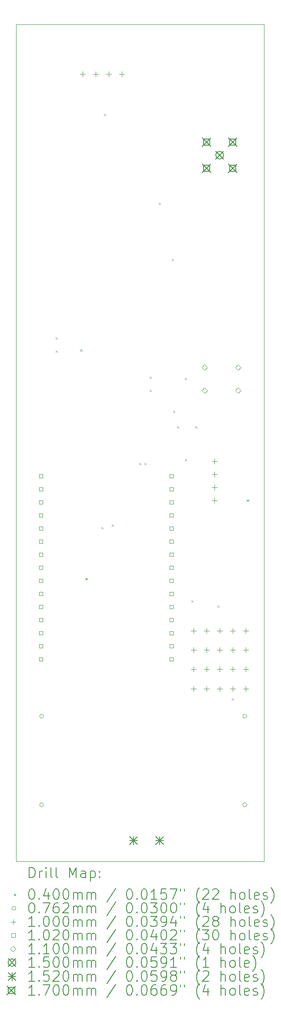
<source format=gbr>
%TF.GenerationSoftware,KiCad,Pcbnew,7.0.9*%
%TF.CreationDate,2024-09-21T10:37:09-07:00*%
%TF.ProjectId,DIY Meshtastic 1W Node,44495920-4d65-4736-9874-617374696320,1.0*%
%TF.SameCoordinates,Original*%
%TF.FileFunction,Drillmap*%
%TF.FilePolarity,Positive*%
%FSLAX45Y45*%
G04 Gerber Fmt 4.5, Leading zero omitted, Abs format (unit mm)*
G04 Created by KiCad (PCBNEW 7.0.9) date 2024-09-21 10:37:09*
%MOMM*%
%LPD*%
G01*
G04 APERTURE LIST*
%ADD10C,0.100000*%
%ADD11C,0.200000*%
%ADD12C,0.102000*%
%ADD13C,0.110000*%
%ADD14C,0.150000*%
%ADD15C,0.152000*%
%ADD16C,0.170000*%
G04 APERTURE END LIST*
D10*
X9906000Y-3048000D02*
X14732000Y-3048000D01*
X14732000Y-19304000D01*
X9906000Y-19304000D01*
X9906000Y-3048000D01*
D11*
D10*
X10673400Y-9124000D02*
X10713400Y-9164000D01*
X10713400Y-9124000D02*
X10673400Y-9164000D01*
X10673400Y-9378000D02*
X10713400Y-9418000D01*
X10713400Y-9378000D02*
X10673400Y-9418000D01*
X11150150Y-9358450D02*
X11190150Y-9398450D01*
X11190150Y-9358450D02*
X11150150Y-9398450D01*
X11253808Y-13797600D02*
X11293808Y-13837600D01*
X11293808Y-13797600D02*
X11253808Y-13837600D01*
X11562400Y-12807000D02*
X11602400Y-12847000D01*
X11602400Y-12807000D02*
X11562400Y-12847000D01*
X11613200Y-4780600D02*
X11653200Y-4820600D01*
X11653200Y-4780600D02*
X11613200Y-4820600D01*
X11765600Y-12756200D02*
X11805600Y-12796200D01*
X11805600Y-12756200D02*
X11765600Y-12796200D01*
X12299000Y-11562400D02*
X12339000Y-11602400D01*
X12339000Y-11562400D02*
X12299000Y-11602400D01*
X12400600Y-11562400D02*
X12440600Y-11602400D01*
X12440600Y-11562400D02*
X12400600Y-11602400D01*
X12502200Y-9886000D02*
X12542200Y-9926000D01*
X12542200Y-9886000D02*
X12502200Y-9926000D01*
X12502200Y-10140000D02*
X12542200Y-10180000D01*
X12542200Y-10140000D02*
X12502200Y-10180000D01*
X12680000Y-6507800D02*
X12720000Y-6547800D01*
X12720000Y-6507800D02*
X12680000Y-6547800D01*
X12934000Y-7600000D02*
X12974000Y-7640000D01*
X12974000Y-7600000D02*
X12934000Y-7640000D01*
X12959400Y-10546400D02*
X12999400Y-10586400D01*
X12999400Y-10546400D02*
X12959400Y-10586400D01*
X13035600Y-10851200D02*
X13075600Y-10891200D01*
X13075600Y-10851200D02*
X13035600Y-10891200D01*
X13188000Y-9911400D02*
X13228000Y-9951400D01*
X13228000Y-9911400D02*
X13188000Y-9951400D01*
X13188000Y-11486200D02*
X13228000Y-11526200D01*
X13228000Y-11486200D02*
X13188000Y-11526200D01*
X13315000Y-14229400D02*
X13355000Y-14269400D01*
X13355000Y-14229400D02*
X13315000Y-14269400D01*
X13391200Y-10851200D02*
X13431200Y-10891200D01*
X13431200Y-10851200D02*
X13391200Y-10891200D01*
X13823000Y-14331000D02*
X13863000Y-14371000D01*
X13863000Y-14331000D02*
X13823000Y-14371000D01*
X14102400Y-16134400D02*
X14142400Y-16174400D01*
X14142400Y-16134400D02*
X14102400Y-16174400D01*
X14396450Y-12273600D02*
X14436450Y-12313600D01*
X14436450Y-12273600D02*
X14396450Y-12313600D01*
X10439400Y-16484600D02*
G75*
G03*
X10439400Y-16484600I-38100J0D01*
G01*
X10439400Y-18204600D02*
G75*
G03*
X10439400Y-18204600I-38100J0D01*
G01*
X14395400Y-16484600D02*
G75*
G03*
X14395400Y-16484600I-38100J0D01*
G01*
X14395400Y-18204600D02*
G75*
G03*
X14395400Y-18204600I-38100J0D01*
G01*
X11201400Y-3963200D02*
X11201400Y-4063200D01*
X11151400Y-4013200D02*
X11251400Y-4013200D01*
X11455400Y-3963200D02*
X11455400Y-4063200D01*
X11405400Y-4013200D02*
X11505400Y-4013200D01*
X11709400Y-3963200D02*
X11709400Y-4063200D01*
X11659400Y-4013200D02*
X11759400Y-4013200D01*
X11963400Y-3963200D02*
X11963400Y-4063200D01*
X11913400Y-4013200D02*
X12013400Y-4013200D01*
X13360400Y-14775992D02*
X13360400Y-14875992D01*
X13310400Y-14825992D02*
X13410400Y-14825992D01*
X13360400Y-15145696D02*
X13360400Y-15245696D01*
X13310400Y-15195696D02*
X13410400Y-15195696D01*
X13360400Y-15520200D02*
X13360400Y-15620200D01*
X13310400Y-15570200D02*
X13410400Y-15570200D01*
X13360400Y-15899504D02*
X13360400Y-15999504D01*
X13310400Y-15949504D02*
X13410400Y-15949504D01*
X13614400Y-14775992D02*
X13614400Y-14875992D01*
X13564400Y-14825992D02*
X13664400Y-14825992D01*
X13614400Y-15145696D02*
X13614400Y-15245696D01*
X13564400Y-15195696D02*
X13664400Y-15195696D01*
X13614400Y-15520200D02*
X13614400Y-15620200D01*
X13564400Y-15570200D02*
X13664400Y-15570200D01*
X13614400Y-15899504D02*
X13614400Y-15999504D01*
X13564400Y-15949504D02*
X13664400Y-15949504D01*
X13766800Y-11481600D02*
X13766800Y-11581600D01*
X13716800Y-11531600D02*
X13816800Y-11531600D01*
X13766800Y-11735600D02*
X13766800Y-11835600D01*
X13716800Y-11785600D02*
X13816800Y-11785600D01*
X13766800Y-11989600D02*
X13766800Y-12089600D01*
X13716800Y-12039600D02*
X13816800Y-12039600D01*
X13766800Y-12243600D02*
X13766800Y-12343600D01*
X13716800Y-12293600D02*
X13816800Y-12293600D01*
X13868400Y-14775992D02*
X13868400Y-14875992D01*
X13818400Y-14825992D02*
X13918400Y-14825992D01*
X13868400Y-15145696D02*
X13868400Y-15245696D01*
X13818400Y-15195696D02*
X13918400Y-15195696D01*
X13868400Y-15520200D02*
X13868400Y-15620200D01*
X13818400Y-15570200D02*
X13918400Y-15570200D01*
X13868400Y-15899504D02*
X13868400Y-15999504D01*
X13818400Y-15949504D02*
X13918400Y-15949504D01*
X14122400Y-14775992D02*
X14122400Y-14875992D01*
X14072400Y-14825992D02*
X14172400Y-14825992D01*
X14122400Y-15145696D02*
X14122400Y-15245696D01*
X14072400Y-15195696D02*
X14172400Y-15195696D01*
X14122400Y-15520200D02*
X14122400Y-15620200D01*
X14072400Y-15570200D02*
X14172400Y-15570200D01*
X14122400Y-15899504D02*
X14122400Y-15999504D01*
X14072400Y-15949504D02*
X14172400Y-15949504D01*
X14376400Y-14775992D02*
X14376400Y-14875992D01*
X14326400Y-14825992D02*
X14426400Y-14825992D01*
X14376400Y-15145696D02*
X14376400Y-15245696D01*
X14326400Y-15195696D02*
X14426400Y-15195696D01*
X14376400Y-15520200D02*
X14376400Y-15620200D01*
X14326400Y-15570200D02*
X14426400Y-15570200D01*
X14376400Y-15899504D02*
X14376400Y-15999504D01*
X14326400Y-15949504D02*
X14426400Y-15949504D01*
D12*
X10424663Y-11855663D02*
X10424663Y-11783537D01*
X10352537Y-11783537D01*
X10352537Y-11855663D01*
X10424663Y-11855663D01*
X10424663Y-12109663D02*
X10424663Y-12037537D01*
X10352537Y-12037537D01*
X10352537Y-12109663D01*
X10424663Y-12109663D01*
X10424663Y-12363663D02*
X10424663Y-12291537D01*
X10352537Y-12291537D01*
X10352537Y-12363663D01*
X10424663Y-12363663D01*
X10424663Y-12617663D02*
X10424663Y-12545537D01*
X10352537Y-12545537D01*
X10352537Y-12617663D01*
X10424663Y-12617663D01*
X10424663Y-12871663D02*
X10424663Y-12799537D01*
X10352537Y-12799537D01*
X10352537Y-12871663D01*
X10424663Y-12871663D01*
X10424663Y-13125663D02*
X10424663Y-13053537D01*
X10352537Y-13053537D01*
X10352537Y-13125663D01*
X10424663Y-13125663D01*
X10424663Y-13379663D02*
X10424663Y-13307537D01*
X10352537Y-13307537D01*
X10352537Y-13379663D01*
X10424663Y-13379663D01*
X10424663Y-13633663D02*
X10424663Y-13561537D01*
X10352537Y-13561537D01*
X10352537Y-13633663D01*
X10424663Y-13633663D01*
X10424663Y-13887663D02*
X10424663Y-13815537D01*
X10352537Y-13815537D01*
X10352537Y-13887663D01*
X10424663Y-13887663D01*
X10424663Y-14141663D02*
X10424663Y-14069537D01*
X10352537Y-14069537D01*
X10352537Y-14141663D01*
X10424663Y-14141663D01*
X10424663Y-14395663D02*
X10424663Y-14323537D01*
X10352537Y-14323537D01*
X10352537Y-14395663D01*
X10424663Y-14395663D01*
X10424663Y-14649663D02*
X10424663Y-14577537D01*
X10352537Y-14577537D01*
X10352537Y-14649663D01*
X10424663Y-14649663D01*
X10424663Y-14903663D02*
X10424663Y-14831537D01*
X10352537Y-14831537D01*
X10352537Y-14903663D01*
X10424663Y-14903663D01*
X10424663Y-15157663D02*
X10424663Y-15085537D01*
X10352537Y-15085537D01*
X10352537Y-15157663D01*
X10424663Y-15157663D01*
X10424663Y-15411663D02*
X10424663Y-15339537D01*
X10352537Y-15339537D01*
X10352537Y-15411663D01*
X10424663Y-15411663D01*
X12964663Y-11855663D02*
X12964663Y-11783537D01*
X12892537Y-11783537D01*
X12892537Y-11855663D01*
X12964663Y-11855663D01*
X12964663Y-12109663D02*
X12964663Y-12037537D01*
X12892537Y-12037537D01*
X12892537Y-12109663D01*
X12964663Y-12109663D01*
X12964663Y-12363663D02*
X12964663Y-12291537D01*
X12892537Y-12291537D01*
X12892537Y-12363663D01*
X12964663Y-12363663D01*
X12964663Y-12617663D02*
X12964663Y-12545537D01*
X12892537Y-12545537D01*
X12892537Y-12617663D01*
X12964663Y-12617663D01*
X12964663Y-12871663D02*
X12964663Y-12799537D01*
X12892537Y-12799537D01*
X12892537Y-12871663D01*
X12964663Y-12871663D01*
X12964663Y-13125663D02*
X12964663Y-13053537D01*
X12892537Y-13053537D01*
X12892537Y-13125663D01*
X12964663Y-13125663D01*
X12964663Y-13379663D02*
X12964663Y-13307537D01*
X12892537Y-13307537D01*
X12892537Y-13379663D01*
X12964663Y-13379663D01*
X12964663Y-13633663D02*
X12964663Y-13561537D01*
X12892537Y-13561537D01*
X12892537Y-13633663D01*
X12964663Y-13633663D01*
X12964663Y-13887663D02*
X12964663Y-13815537D01*
X12892537Y-13815537D01*
X12892537Y-13887663D01*
X12964663Y-13887663D01*
X12964663Y-14141663D02*
X12964663Y-14069537D01*
X12892537Y-14069537D01*
X12892537Y-14141663D01*
X12964663Y-14141663D01*
X12964663Y-14395663D02*
X12964663Y-14323537D01*
X12892537Y-14323537D01*
X12892537Y-14395663D01*
X12964663Y-14395663D01*
X12964663Y-14649663D02*
X12964663Y-14577537D01*
X12892537Y-14577537D01*
X12892537Y-14649663D01*
X12964663Y-14649663D01*
X12964663Y-14903663D02*
X12964663Y-14831537D01*
X12892537Y-14831537D01*
X12892537Y-14903663D01*
X12964663Y-14903663D01*
X12964663Y-15157663D02*
X12964663Y-15085537D01*
X12892537Y-15085537D01*
X12892537Y-15157663D01*
X12964663Y-15157663D01*
X12964663Y-15411663D02*
X12964663Y-15339537D01*
X12892537Y-15339537D01*
X12892537Y-15411663D01*
X12964663Y-15411663D01*
D13*
X13574000Y-9765000D02*
X13629000Y-9710000D01*
X13574000Y-9655000D01*
X13519000Y-9710000D01*
X13574000Y-9765000D01*
X13574000Y-10215000D02*
X13629000Y-10160000D01*
X13574000Y-10105000D01*
X13519000Y-10160000D01*
X13574000Y-10215000D01*
X14224000Y-9765000D02*
X14279000Y-9710000D01*
X14224000Y-9655000D01*
X14169000Y-9710000D01*
X14224000Y-9765000D01*
X14224000Y-10215000D02*
X14279000Y-10160000D01*
X14224000Y-10105000D01*
X14169000Y-10160000D01*
X14224000Y-10215000D01*
D14*
X13793400Y-5513000D02*
X13943400Y-5663000D01*
X13943400Y-5513000D02*
X13793400Y-5663000D01*
X13943400Y-5588000D02*
G75*
G03*
X13943400Y-5588000I-75000J0D01*
G01*
D15*
X12116000Y-18821600D02*
X12268000Y-18973600D01*
X12268000Y-18821600D02*
X12116000Y-18973600D01*
X12192000Y-18821600D02*
X12192000Y-18973600D01*
X12116000Y-18897600D02*
X12268000Y-18897600D01*
X12624000Y-18821600D02*
X12776000Y-18973600D01*
X12776000Y-18821600D02*
X12624000Y-18973600D01*
X12700000Y-18821600D02*
X12700000Y-18973600D01*
X12624000Y-18897600D02*
X12776000Y-18897600D01*
D16*
X13529400Y-5249000D02*
X13699400Y-5419000D01*
X13699400Y-5249000D02*
X13529400Y-5419000D01*
X13674505Y-5394105D02*
X13674505Y-5273895D01*
X13554295Y-5273895D01*
X13554295Y-5394105D01*
X13674505Y-5394105D01*
X13529400Y-5757000D02*
X13699400Y-5927000D01*
X13699400Y-5757000D02*
X13529400Y-5927000D01*
X13674505Y-5902105D02*
X13674505Y-5781895D01*
X13554295Y-5781895D01*
X13554295Y-5902105D01*
X13674505Y-5902105D01*
X14037400Y-5249000D02*
X14207400Y-5419000D01*
X14207400Y-5249000D02*
X14037400Y-5419000D01*
X14182505Y-5394105D02*
X14182505Y-5273895D01*
X14062295Y-5273895D01*
X14062295Y-5394105D01*
X14182505Y-5394105D01*
X14037400Y-5757000D02*
X14207400Y-5927000D01*
X14207400Y-5757000D02*
X14037400Y-5927000D01*
X14182505Y-5902105D02*
X14182505Y-5781895D01*
X14062295Y-5781895D01*
X14062295Y-5902105D01*
X14182505Y-5902105D01*
D11*
X10161777Y-19620484D02*
X10161777Y-19420484D01*
X10161777Y-19420484D02*
X10209396Y-19420484D01*
X10209396Y-19420484D02*
X10237967Y-19430008D01*
X10237967Y-19430008D02*
X10257015Y-19449055D01*
X10257015Y-19449055D02*
X10266539Y-19468103D01*
X10266539Y-19468103D02*
X10276063Y-19506198D01*
X10276063Y-19506198D02*
X10276063Y-19534770D01*
X10276063Y-19534770D02*
X10266539Y-19572865D01*
X10266539Y-19572865D02*
X10257015Y-19591912D01*
X10257015Y-19591912D02*
X10237967Y-19610960D01*
X10237967Y-19610960D02*
X10209396Y-19620484D01*
X10209396Y-19620484D02*
X10161777Y-19620484D01*
X10361777Y-19620484D02*
X10361777Y-19487150D01*
X10361777Y-19525246D02*
X10371301Y-19506198D01*
X10371301Y-19506198D02*
X10380824Y-19496674D01*
X10380824Y-19496674D02*
X10399872Y-19487150D01*
X10399872Y-19487150D02*
X10418920Y-19487150D01*
X10485586Y-19620484D02*
X10485586Y-19487150D01*
X10485586Y-19420484D02*
X10476063Y-19430008D01*
X10476063Y-19430008D02*
X10485586Y-19439531D01*
X10485586Y-19439531D02*
X10495110Y-19430008D01*
X10495110Y-19430008D02*
X10485586Y-19420484D01*
X10485586Y-19420484D02*
X10485586Y-19439531D01*
X10609396Y-19620484D02*
X10590348Y-19610960D01*
X10590348Y-19610960D02*
X10580824Y-19591912D01*
X10580824Y-19591912D02*
X10580824Y-19420484D01*
X10714158Y-19620484D02*
X10695110Y-19610960D01*
X10695110Y-19610960D02*
X10685586Y-19591912D01*
X10685586Y-19591912D02*
X10685586Y-19420484D01*
X10942729Y-19620484D02*
X10942729Y-19420484D01*
X10942729Y-19420484D02*
X11009396Y-19563341D01*
X11009396Y-19563341D02*
X11076063Y-19420484D01*
X11076063Y-19420484D02*
X11076063Y-19620484D01*
X11257015Y-19620484D02*
X11257015Y-19515722D01*
X11257015Y-19515722D02*
X11247491Y-19496674D01*
X11247491Y-19496674D02*
X11228443Y-19487150D01*
X11228443Y-19487150D02*
X11190348Y-19487150D01*
X11190348Y-19487150D02*
X11171301Y-19496674D01*
X11257015Y-19610960D02*
X11237967Y-19620484D01*
X11237967Y-19620484D02*
X11190348Y-19620484D01*
X11190348Y-19620484D02*
X11171301Y-19610960D01*
X11171301Y-19610960D02*
X11161777Y-19591912D01*
X11161777Y-19591912D02*
X11161777Y-19572865D01*
X11161777Y-19572865D02*
X11171301Y-19553817D01*
X11171301Y-19553817D02*
X11190348Y-19544293D01*
X11190348Y-19544293D02*
X11237967Y-19544293D01*
X11237967Y-19544293D02*
X11257015Y-19534770D01*
X11352253Y-19487150D02*
X11352253Y-19687150D01*
X11352253Y-19496674D02*
X11371301Y-19487150D01*
X11371301Y-19487150D02*
X11409396Y-19487150D01*
X11409396Y-19487150D02*
X11428443Y-19496674D01*
X11428443Y-19496674D02*
X11437967Y-19506198D01*
X11437967Y-19506198D02*
X11447491Y-19525246D01*
X11447491Y-19525246D02*
X11447491Y-19582389D01*
X11447491Y-19582389D02*
X11437967Y-19601436D01*
X11437967Y-19601436D02*
X11428443Y-19610960D01*
X11428443Y-19610960D02*
X11409396Y-19620484D01*
X11409396Y-19620484D02*
X11371301Y-19620484D01*
X11371301Y-19620484D02*
X11352253Y-19610960D01*
X11533205Y-19601436D02*
X11542729Y-19610960D01*
X11542729Y-19610960D02*
X11533205Y-19620484D01*
X11533205Y-19620484D02*
X11523682Y-19610960D01*
X11523682Y-19610960D02*
X11533205Y-19601436D01*
X11533205Y-19601436D02*
X11533205Y-19620484D01*
X11533205Y-19496674D02*
X11542729Y-19506198D01*
X11542729Y-19506198D02*
X11533205Y-19515722D01*
X11533205Y-19515722D02*
X11523682Y-19506198D01*
X11523682Y-19506198D02*
X11533205Y-19496674D01*
X11533205Y-19496674D02*
X11533205Y-19515722D01*
D10*
X9861000Y-19929000D02*
X9901000Y-19969000D01*
X9901000Y-19929000D02*
X9861000Y-19969000D01*
D11*
X10199872Y-19840484D02*
X10218920Y-19840484D01*
X10218920Y-19840484D02*
X10237967Y-19850008D01*
X10237967Y-19850008D02*
X10247491Y-19859531D01*
X10247491Y-19859531D02*
X10257015Y-19878579D01*
X10257015Y-19878579D02*
X10266539Y-19916674D01*
X10266539Y-19916674D02*
X10266539Y-19964293D01*
X10266539Y-19964293D02*
X10257015Y-20002389D01*
X10257015Y-20002389D02*
X10247491Y-20021436D01*
X10247491Y-20021436D02*
X10237967Y-20030960D01*
X10237967Y-20030960D02*
X10218920Y-20040484D01*
X10218920Y-20040484D02*
X10199872Y-20040484D01*
X10199872Y-20040484D02*
X10180824Y-20030960D01*
X10180824Y-20030960D02*
X10171301Y-20021436D01*
X10171301Y-20021436D02*
X10161777Y-20002389D01*
X10161777Y-20002389D02*
X10152253Y-19964293D01*
X10152253Y-19964293D02*
X10152253Y-19916674D01*
X10152253Y-19916674D02*
X10161777Y-19878579D01*
X10161777Y-19878579D02*
X10171301Y-19859531D01*
X10171301Y-19859531D02*
X10180824Y-19850008D01*
X10180824Y-19850008D02*
X10199872Y-19840484D01*
X10352253Y-20021436D02*
X10361777Y-20030960D01*
X10361777Y-20030960D02*
X10352253Y-20040484D01*
X10352253Y-20040484D02*
X10342729Y-20030960D01*
X10342729Y-20030960D02*
X10352253Y-20021436D01*
X10352253Y-20021436D02*
X10352253Y-20040484D01*
X10533205Y-19907150D02*
X10533205Y-20040484D01*
X10485586Y-19830960D02*
X10437967Y-19973817D01*
X10437967Y-19973817D02*
X10561777Y-19973817D01*
X10676063Y-19840484D02*
X10695110Y-19840484D01*
X10695110Y-19840484D02*
X10714158Y-19850008D01*
X10714158Y-19850008D02*
X10723682Y-19859531D01*
X10723682Y-19859531D02*
X10733205Y-19878579D01*
X10733205Y-19878579D02*
X10742729Y-19916674D01*
X10742729Y-19916674D02*
X10742729Y-19964293D01*
X10742729Y-19964293D02*
X10733205Y-20002389D01*
X10733205Y-20002389D02*
X10723682Y-20021436D01*
X10723682Y-20021436D02*
X10714158Y-20030960D01*
X10714158Y-20030960D02*
X10695110Y-20040484D01*
X10695110Y-20040484D02*
X10676063Y-20040484D01*
X10676063Y-20040484D02*
X10657015Y-20030960D01*
X10657015Y-20030960D02*
X10647491Y-20021436D01*
X10647491Y-20021436D02*
X10637967Y-20002389D01*
X10637967Y-20002389D02*
X10628444Y-19964293D01*
X10628444Y-19964293D02*
X10628444Y-19916674D01*
X10628444Y-19916674D02*
X10637967Y-19878579D01*
X10637967Y-19878579D02*
X10647491Y-19859531D01*
X10647491Y-19859531D02*
X10657015Y-19850008D01*
X10657015Y-19850008D02*
X10676063Y-19840484D01*
X10866539Y-19840484D02*
X10885586Y-19840484D01*
X10885586Y-19840484D02*
X10904634Y-19850008D01*
X10904634Y-19850008D02*
X10914158Y-19859531D01*
X10914158Y-19859531D02*
X10923682Y-19878579D01*
X10923682Y-19878579D02*
X10933205Y-19916674D01*
X10933205Y-19916674D02*
X10933205Y-19964293D01*
X10933205Y-19964293D02*
X10923682Y-20002389D01*
X10923682Y-20002389D02*
X10914158Y-20021436D01*
X10914158Y-20021436D02*
X10904634Y-20030960D01*
X10904634Y-20030960D02*
X10885586Y-20040484D01*
X10885586Y-20040484D02*
X10866539Y-20040484D01*
X10866539Y-20040484D02*
X10847491Y-20030960D01*
X10847491Y-20030960D02*
X10837967Y-20021436D01*
X10837967Y-20021436D02*
X10828444Y-20002389D01*
X10828444Y-20002389D02*
X10818920Y-19964293D01*
X10818920Y-19964293D02*
X10818920Y-19916674D01*
X10818920Y-19916674D02*
X10828444Y-19878579D01*
X10828444Y-19878579D02*
X10837967Y-19859531D01*
X10837967Y-19859531D02*
X10847491Y-19850008D01*
X10847491Y-19850008D02*
X10866539Y-19840484D01*
X11018920Y-20040484D02*
X11018920Y-19907150D01*
X11018920Y-19926198D02*
X11028444Y-19916674D01*
X11028444Y-19916674D02*
X11047491Y-19907150D01*
X11047491Y-19907150D02*
X11076063Y-19907150D01*
X11076063Y-19907150D02*
X11095110Y-19916674D01*
X11095110Y-19916674D02*
X11104634Y-19935722D01*
X11104634Y-19935722D02*
X11104634Y-20040484D01*
X11104634Y-19935722D02*
X11114158Y-19916674D01*
X11114158Y-19916674D02*
X11133205Y-19907150D01*
X11133205Y-19907150D02*
X11161777Y-19907150D01*
X11161777Y-19907150D02*
X11180825Y-19916674D01*
X11180825Y-19916674D02*
X11190348Y-19935722D01*
X11190348Y-19935722D02*
X11190348Y-20040484D01*
X11285586Y-20040484D02*
X11285586Y-19907150D01*
X11285586Y-19926198D02*
X11295110Y-19916674D01*
X11295110Y-19916674D02*
X11314158Y-19907150D01*
X11314158Y-19907150D02*
X11342729Y-19907150D01*
X11342729Y-19907150D02*
X11361777Y-19916674D01*
X11361777Y-19916674D02*
X11371301Y-19935722D01*
X11371301Y-19935722D02*
X11371301Y-20040484D01*
X11371301Y-19935722D02*
X11380824Y-19916674D01*
X11380824Y-19916674D02*
X11399872Y-19907150D01*
X11399872Y-19907150D02*
X11428443Y-19907150D01*
X11428443Y-19907150D02*
X11447491Y-19916674D01*
X11447491Y-19916674D02*
X11457015Y-19935722D01*
X11457015Y-19935722D02*
X11457015Y-20040484D01*
X11847491Y-19830960D02*
X11676063Y-20088103D01*
X12104634Y-19840484D02*
X12123682Y-19840484D01*
X12123682Y-19840484D02*
X12142729Y-19850008D01*
X12142729Y-19850008D02*
X12152253Y-19859531D01*
X12152253Y-19859531D02*
X12161777Y-19878579D01*
X12161777Y-19878579D02*
X12171301Y-19916674D01*
X12171301Y-19916674D02*
X12171301Y-19964293D01*
X12171301Y-19964293D02*
X12161777Y-20002389D01*
X12161777Y-20002389D02*
X12152253Y-20021436D01*
X12152253Y-20021436D02*
X12142729Y-20030960D01*
X12142729Y-20030960D02*
X12123682Y-20040484D01*
X12123682Y-20040484D02*
X12104634Y-20040484D01*
X12104634Y-20040484D02*
X12085586Y-20030960D01*
X12085586Y-20030960D02*
X12076063Y-20021436D01*
X12076063Y-20021436D02*
X12066539Y-20002389D01*
X12066539Y-20002389D02*
X12057015Y-19964293D01*
X12057015Y-19964293D02*
X12057015Y-19916674D01*
X12057015Y-19916674D02*
X12066539Y-19878579D01*
X12066539Y-19878579D02*
X12076063Y-19859531D01*
X12076063Y-19859531D02*
X12085586Y-19850008D01*
X12085586Y-19850008D02*
X12104634Y-19840484D01*
X12257015Y-20021436D02*
X12266539Y-20030960D01*
X12266539Y-20030960D02*
X12257015Y-20040484D01*
X12257015Y-20040484D02*
X12247491Y-20030960D01*
X12247491Y-20030960D02*
X12257015Y-20021436D01*
X12257015Y-20021436D02*
X12257015Y-20040484D01*
X12390348Y-19840484D02*
X12409396Y-19840484D01*
X12409396Y-19840484D02*
X12428444Y-19850008D01*
X12428444Y-19850008D02*
X12437967Y-19859531D01*
X12437967Y-19859531D02*
X12447491Y-19878579D01*
X12447491Y-19878579D02*
X12457015Y-19916674D01*
X12457015Y-19916674D02*
X12457015Y-19964293D01*
X12457015Y-19964293D02*
X12447491Y-20002389D01*
X12447491Y-20002389D02*
X12437967Y-20021436D01*
X12437967Y-20021436D02*
X12428444Y-20030960D01*
X12428444Y-20030960D02*
X12409396Y-20040484D01*
X12409396Y-20040484D02*
X12390348Y-20040484D01*
X12390348Y-20040484D02*
X12371301Y-20030960D01*
X12371301Y-20030960D02*
X12361777Y-20021436D01*
X12361777Y-20021436D02*
X12352253Y-20002389D01*
X12352253Y-20002389D02*
X12342729Y-19964293D01*
X12342729Y-19964293D02*
X12342729Y-19916674D01*
X12342729Y-19916674D02*
X12352253Y-19878579D01*
X12352253Y-19878579D02*
X12361777Y-19859531D01*
X12361777Y-19859531D02*
X12371301Y-19850008D01*
X12371301Y-19850008D02*
X12390348Y-19840484D01*
X12647491Y-20040484D02*
X12533206Y-20040484D01*
X12590348Y-20040484D02*
X12590348Y-19840484D01*
X12590348Y-19840484D02*
X12571301Y-19869055D01*
X12571301Y-19869055D02*
X12552253Y-19888103D01*
X12552253Y-19888103D02*
X12533206Y-19897627D01*
X12828444Y-19840484D02*
X12733206Y-19840484D01*
X12733206Y-19840484D02*
X12723682Y-19935722D01*
X12723682Y-19935722D02*
X12733206Y-19926198D01*
X12733206Y-19926198D02*
X12752253Y-19916674D01*
X12752253Y-19916674D02*
X12799872Y-19916674D01*
X12799872Y-19916674D02*
X12818920Y-19926198D01*
X12818920Y-19926198D02*
X12828444Y-19935722D01*
X12828444Y-19935722D02*
X12837967Y-19954770D01*
X12837967Y-19954770D02*
X12837967Y-20002389D01*
X12837967Y-20002389D02*
X12828444Y-20021436D01*
X12828444Y-20021436D02*
X12818920Y-20030960D01*
X12818920Y-20030960D02*
X12799872Y-20040484D01*
X12799872Y-20040484D02*
X12752253Y-20040484D01*
X12752253Y-20040484D02*
X12733206Y-20030960D01*
X12733206Y-20030960D02*
X12723682Y-20021436D01*
X12904634Y-19840484D02*
X13037967Y-19840484D01*
X13037967Y-19840484D02*
X12952253Y-20040484D01*
X13104634Y-19840484D02*
X13104634Y-19878579D01*
X13180825Y-19840484D02*
X13180825Y-19878579D01*
X13476063Y-20116674D02*
X13466539Y-20107150D01*
X13466539Y-20107150D02*
X13447491Y-20078579D01*
X13447491Y-20078579D02*
X13437968Y-20059531D01*
X13437968Y-20059531D02*
X13428444Y-20030960D01*
X13428444Y-20030960D02*
X13418920Y-19983341D01*
X13418920Y-19983341D02*
X13418920Y-19945246D01*
X13418920Y-19945246D02*
X13428444Y-19897627D01*
X13428444Y-19897627D02*
X13437968Y-19869055D01*
X13437968Y-19869055D02*
X13447491Y-19850008D01*
X13447491Y-19850008D02*
X13466539Y-19821436D01*
X13466539Y-19821436D02*
X13476063Y-19811912D01*
X13542729Y-19859531D02*
X13552253Y-19850008D01*
X13552253Y-19850008D02*
X13571301Y-19840484D01*
X13571301Y-19840484D02*
X13618920Y-19840484D01*
X13618920Y-19840484D02*
X13637968Y-19850008D01*
X13637968Y-19850008D02*
X13647491Y-19859531D01*
X13647491Y-19859531D02*
X13657015Y-19878579D01*
X13657015Y-19878579D02*
X13657015Y-19897627D01*
X13657015Y-19897627D02*
X13647491Y-19926198D01*
X13647491Y-19926198D02*
X13533206Y-20040484D01*
X13533206Y-20040484D02*
X13657015Y-20040484D01*
X13733206Y-19859531D02*
X13742729Y-19850008D01*
X13742729Y-19850008D02*
X13761777Y-19840484D01*
X13761777Y-19840484D02*
X13809396Y-19840484D01*
X13809396Y-19840484D02*
X13828444Y-19850008D01*
X13828444Y-19850008D02*
X13837968Y-19859531D01*
X13837968Y-19859531D02*
X13847491Y-19878579D01*
X13847491Y-19878579D02*
X13847491Y-19897627D01*
X13847491Y-19897627D02*
X13837968Y-19926198D01*
X13837968Y-19926198D02*
X13723682Y-20040484D01*
X13723682Y-20040484D02*
X13847491Y-20040484D01*
X14085587Y-20040484D02*
X14085587Y-19840484D01*
X14171301Y-20040484D02*
X14171301Y-19935722D01*
X14171301Y-19935722D02*
X14161777Y-19916674D01*
X14161777Y-19916674D02*
X14142730Y-19907150D01*
X14142730Y-19907150D02*
X14114158Y-19907150D01*
X14114158Y-19907150D02*
X14095110Y-19916674D01*
X14095110Y-19916674D02*
X14085587Y-19926198D01*
X14295110Y-20040484D02*
X14276063Y-20030960D01*
X14276063Y-20030960D02*
X14266539Y-20021436D01*
X14266539Y-20021436D02*
X14257015Y-20002389D01*
X14257015Y-20002389D02*
X14257015Y-19945246D01*
X14257015Y-19945246D02*
X14266539Y-19926198D01*
X14266539Y-19926198D02*
X14276063Y-19916674D01*
X14276063Y-19916674D02*
X14295110Y-19907150D01*
X14295110Y-19907150D02*
X14323682Y-19907150D01*
X14323682Y-19907150D02*
X14342730Y-19916674D01*
X14342730Y-19916674D02*
X14352253Y-19926198D01*
X14352253Y-19926198D02*
X14361777Y-19945246D01*
X14361777Y-19945246D02*
X14361777Y-20002389D01*
X14361777Y-20002389D02*
X14352253Y-20021436D01*
X14352253Y-20021436D02*
X14342730Y-20030960D01*
X14342730Y-20030960D02*
X14323682Y-20040484D01*
X14323682Y-20040484D02*
X14295110Y-20040484D01*
X14476063Y-20040484D02*
X14457015Y-20030960D01*
X14457015Y-20030960D02*
X14447491Y-20011912D01*
X14447491Y-20011912D02*
X14447491Y-19840484D01*
X14628444Y-20030960D02*
X14609396Y-20040484D01*
X14609396Y-20040484D02*
X14571301Y-20040484D01*
X14571301Y-20040484D02*
X14552253Y-20030960D01*
X14552253Y-20030960D02*
X14542730Y-20011912D01*
X14542730Y-20011912D02*
X14542730Y-19935722D01*
X14542730Y-19935722D02*
X14552253Y-19916674D01*
X14552253Y-19916674D02*
X14571301Y-19907150D01*
X14571301Y-19907150D02*
X14609396Y-19907150D01*
X14609396Y-19907150D02*
X14628444Y-19916674D01*
X14628444Y-19916674D02*
X14637968Y-19935722D01*
X14637968Y-19935722D02*
X14637968Y-19954770D01*
X14637968Y-19954770D02*
X14542730Y-19973817D01*
X14714158Y-20030960D02*
X14733206Y-20040484D01*
X14733206Y-20040484D02*
X14771301Y-20040484D01*
X14771301Y-20040484D02*
X14790349Y-20030960D01*
X14790349Y-20030960D02*
X14799872Y-20011912D01*
X14799872Y-20011912D02*
X14799872Y-20002389D01*
X14799872Y-20002389D02*
X14790349Y-19983341D01*
X14790349Y-19983341D02*
X14771301Y-19973817D01*
X14771301Y-19973817D02*
X14742730Y-19973817D01*
X14742730Y-19973817D02*
X14723682Y-19964293D01*
X14723682Y-19964293D02*
X14714158Y-19945246D01*
X14714158Y-19945246D02*
X14714158Y-19935722D01*
X14714158Y-19935722D02*
X14723682Y-19916674D01*
X14723682Y-19916674D02*
X14742730Y-19907150D01*
X14742730Y-19907150D02*
X14771301Y-19907150D01*
X14771301Y-19907150D02*
X14790349Y-19916674D01*
X14866539Y-20116674D02*
X14876063Y-20107150D01*
X14876063Y-20107150D02*
X14895111Y-20078579D01*
X14895111Y-20078579D02*
X14904634Y-20059531D01*
X14904634Y-20059531D02*
X14914158Y-20030960D01*
X14914158Y-20030960D02*
X14923682Y-19983341D01*
X14923682Y-19983341D02*
X14923682Y-19945246D01*
X14923682Y-19945246D02*
X14914158Y-19897627D01*
X14914158Y-19897627D02*
X14904634Y-19869055D01*
X14904634Y-19869055D02*
X14895111Y-19850008D01*
X14895111Y-19850008D02*
X14876063Y-19821436D01*
X14876063Y-19821436D02*
X14866539Y-19811912D01*
D10*
X9901000Y-20213000D02*
G75*
G03*
X9901000Y-20213000I-38100J0D01*
G01*
D11*
X10199872Y-20104484D02*
X10218920Y-20104484D01*
X10218920Y-20104484D02*
X10237967Y-20114008D01*
X10237967Y-20114008D02*
X10247491Y-20123531D01*
X10247491Y-20123531D02*
X10257015Y-20142579D01*
X10257015Y-20142579D02*
X10266539Y-20180674D01*
X10266539Y-20180674D02*
X10266539Y-20228293D01*
X10266539Y-20228293D02*
X10257015Y-20266389D01*
X10257015Y-20266389D02*
X10247491Y-20285436D01*
X10247491Y-20285436D02*
X10237967Y-20294960D01*
X10237967Y-20294960D02*
X10218920Y-20304484D01*
X10218920Y-20304484D02*
X10199872Y-20304484D01*
X10199872Y-20304484D02*
X10180824Y-20294960D01*
X10180824Y-20294960D02*
X10171301Y-20285436D01*
X10171301Y-20285436D02*
X10161777Y-20266389D01*
X10161777Y-20266389D02*
X10152253Y-20228293D01*
X10152253Y-20228293D02*
X10152253Y-20180674D01*
X10152253Y-20180674D02*
X10161777Y-20142579D01*
X10161777Y-20142579D02*
X10171301Y-20123531D01*
X10171301Y-20123531D02*
X10180824Y-20114008D01*
X10180824Y-20114008D02*
X10199872Y-20104484D01*
X10352253Y-20285436D02*
X10361777Y-20294960D01*
X10361777Y-20294960D02*
X10352253Y-20304484D01*
X10352253Y-20304484D02*
X10342729Y-20294960D01*
X10342729Y-20294960D02*
X10352253Y-20285436D01*
X10352253Y-20285436D02*
X10352253Y-20304484D01*
X10428444Y-20104484D02*
X10561777Y-20104484D01*
X10561777Y-20104484D02*
X10476063Y-20304484D01*
X10723682Y-20104484D02*
X10685586Y-20104484D01*
X10685586Y-20104484D02*
X10666539Y-20114008D01*
X10666539Y-20114008D02*
X10657015Y-20123531D01*
X10657015Y-20123531D02*
X10637967Y-20152103D01*
X10637967Y-20152103D02*
X10628444Y-20190198D01*
X10628444Y-20190198D02*
X10628444Y-20266389D01*
X10628444Y-20266389D02*
X10637967Y-20285436D01*
X10637967Y-20285436D02*
X10647491Y-20294960D01*
X10647491Y-20294960D02*
X10666539Y-20304484D01*
X10666539Y-20304484D02*
X10704634Y-20304484D01*
X10704634Y-20304484D02*
X10723682Y-20294960D01*
X10723682Y-20294960D02*
X10733205Y-20285436D01*
X10733205Y-20285436D02*
X10742729Y-20266389D01*
X10742729Y-20266389D02*
X10742729Y-20218770D01*
X10742729Y-20218770D02*
X10733205Y-20199722D01*
X10733205Y-20199722D02*
X10723682Y-20190198D01*
X10723682Y-20190198D02*
X10704634Y-20180674D01*
X10704634Y-20180674D02*
X10666539Y-20180674D01*
X10666539Y-20180674D02*
X10647491Y-20190198D01*
X10647491Y-20190198D02*
X10637967Y-20199722D01*
X10637967Y-20199722D02*
X10628444Y-20218770D01*
X10818920Y-20123531D02*
X10828444Y-20114008D01*
X10828444Y-20114008D02*
X10847491Y-20104484D01*
X10847491Y-20104484D02*
X10895110Y-20104484D01*
X10895110Y-20104484D02*
X10914158Y-20114008D01*
X10914158Y-20114008D02*
X10923682Y-20123531D01*
X10923682Y-20123531D02*
X10933205Y-20142579D01*
X10933205Y-20142579D02*
X10933205Y-20161627D01*
X10933205Y-20161627D02*
X10923682Y-20190198D01*
X10923682Y-20190198D02*
X10809396Y-20304484D01*
X10809396Y-20304484D02*
X10933205Y-20304484D01*
X11018920Y-20304484D02*
X11018920Y-20171150D01*
X11018920Y-20190198D02*
X11028444Y-20180674D01*
X11028444Y-20180674D02*
X11047491Y-20171150D01*
X11047491Y-20171150D02*
X11076063Y-20171150D01*
X11076063Y-20171150D02*
X11095110Y-20180674D01*
X11095110Y-20180674D02*
X11104634Y-20199722D01*
X11104634Y-20199722D02*
X11104634Y-20304484D01*
X11104634Y-20199722D02*
X11114158Y-20180674D01*
X11114158Y-20180674D02*
X11133205Y-20171150D01*
X11133205Y-20171150D02*
X11161777Y-20171150D01*
X11161777Y-20171150D02*
X11180825Y-20180674D01*
X11180825Y-20180674D02*
X11190348Y-20199722D01*
X11190348Y-20199722D02*
X11190348Y-20304484D01*
X11285586Y-20304484D02*
X11285586Y-20171150D01*
X11285586Y-20190198D02*
X11295110Y-20180674D01*
X11295110Y-20180674D02*
X11314158Y-20171150D01*
X11314158Y-20171150D02*
X11342729Y-20171150D01*
X11342729Y-20171150D02*
X11361777Y-20180674D01*
X11361777Y-20180674D02*
X11371301Y-20199722D01*
X11371301Y-20199722D02*
X11371301Y-20304484D01*
X11371301Y-20199722D02*
X11380824Y-20180674D01*
X11380824Y-20180674D02*
X11399872Y-20171150D01*
X11399872Y-20171150D02*
X11428443Y-20171150D01*
X11428443Y-20171150D02*
X11447491Y-20180674D01*
X11447491Y-20180674D02*
X11457015Y-20199722D01*
X11457015Y-20199722D02*
X11457015Y-20304484D01*
X11847491Y-20094960D02*
X11676063Y-20352103D01*
X12104634Y-20104484D02*
X12123682Y-20104484D01*
X12123682Y-20104484D02*
X12142729Y-20114008D01*
X12142729Y-20114008D02*
X12152253Y-20123531D01*
X12152253Y-20123531D02*
X12161777Y-20142579D01*
X12161777Y-20142579D02*
X12171301Y-20180674D01*
X12171301Y-20180674D02*
X12171301Y-20228293D01*
X12171301Y-20228293D02*
X12161777Y-20266389D01*
X12161777Y-20266389D02*
X12152253Y-20285436D01*
X12152253Y-20285436D02*
X12142729Y-20294960D01*
X12142729Y-20294960D02*
X12123682Y-20304484D01*
X12123682Y-20304484D02*
X12104634Y-20304484D01*
X12104634Y-20304484D02*
X12085586Y-20294960D01*
X12085586Y-20294960D02*
X12076063Y-20285436D01*
X12076063Y-20285436D02*
X12066539Y-20266389D01*
X12066539Y-20266389D02*
X12057015Y-20228293D01*
X12057015Y-20228293D02*
X12057015Y-20180674D01*
X12057015Y-20180674D02*
X12066539Y-20142579D01*
X12066539Y-20142579D02*
X12076063Y-20123531D01*
X12076063Y-20123531D02*
X12085586Y-20114008D01*
X12085586Y-20114008D02*
X12104634Y-20104484D01*
X12257015Y-20285436D02*
X12266539Y-20294960D01*
X12266539Y-20294960D02*
X12257015Y-20304484D01*
X12257015Y-20304484D02*
X12247491Y-20294960D01*
X12247491Y-20294960D02*
X12257015Y-20285436D01*
X12257015Y-20285436D02*
X12257015Y-20304484D01*
X12390348Y-20104484D02*
X12409396Y-20104484D01*
X12409396Y-20104484D02*
X12428444Y-20114008D01*
X12428444Y-20114008D02*
X12437967Y-20123531D01*
X12437967Y-20123531D02*
X12447491Y-20142579D01*
X12447491Y-20142579D02*
X12457015Y-20180674D01*
X12457015Y-20180674D02*
X12457015Y-20228293D01*
X12457015Y-20228293D02*
X12447491Y-20266389D01*
X12447491Y-20266389D02*
X12437967Y-20285436D01*
X12437967Y-20285436D02*
X12428444Y-20294960D01*
X12428444Y-20294960D02*
X12409396Y-20304484D01*
X12409396Y-20304484D02*
X12390348Y-20304484D01*
X12390348Y-20304484D02*
X12371301Y-20294960D01*
X12371301Y-20294960D02*
X12361777Y-20285436D01*
X12361777Y-20285436D02*
X12352253Y-20266389D01*
X12352253Y-20266389D02*
X12342729Y-20228293D01*
X12342729Y-20228293D02*
X12342729Y-20180674D01*
X12342729Y-20180674D02*
X12352253Y-20142579D01*
X12352253Y-20142579D02*
X12361777Y-20123531D01*
X12361777Y-20123531D02*
X12371301Y-20114008D01*
X12371301Y-20114008D02*
X12390348Y-20104484D01*
X12523682Y-20104484D02*
X12647491Y-20104484D01*
X12647491Y-20104484D02*
X12580825Y-20180674D01*
X12580825Y-20180674D02*
X12609396Y-20180674D01*
X12609396Y-20180674D02*
X12628444Y-20190198D01*
X12628444Y-20190198D02*
X12637967Y-20199722D01*
X12637967Y-20199722D02*
X12647491Y-20218770D01*
X12647491Y-20218770D02*
X12647491Y-20266389D01*
X12647491Y-20266389D02*
X12637967Y-20285436D01*
X12637967Y-20285436D02*
X12628444Y-20294960D01*
X12628444Y-20294960D02*
X12609396Y-20304484D01*
X12609396Y-20304484D02*
X12552253Y-20304484D01*
X12552253Y-20304484D02*
X12533206Y-20294960D01*
X12533206Y-20294960D02*
X12523682Y-20285436D01*
X12771301Y-20104484D02*
X12790348Y-20104484D01*
X12790348Y-20104484D02*
X12809396Y-20114008D01*
X12809396Y-20114008D02*
X12818920Y-20123531D01*
X12818920Y-20123531D02*
X12828444Y-20142579D01*
X12828444Y-20142579D02*
X12837967Y-20180674D01*
X12837967Y-20180674D02*
X12837967Y-20228293D01*
X12837967Y-20228293D02*
X12828444Y-20266389D01*
X12828444Y-20266389D02*
X12818920Y-20285436D01*
X12818920Y-20285436D02*
X12809396Y-20294960D01*
X12809396Y-20294960D02*
X12790348Y-20304484D01*
X12790348Y-20304484D02*
X12771301Y-20304484D01*
X12771301Y-20304484D02*
X12752253Y-20294960D01*
X12752253Y-20294960D02*
X12742729Y-20285436D01*
X12742729Y-20285436D02*
X12733206Y-20266389D01*
X12733206Y-20266389D02*
X12723682Y-20228293D01*
X12723682Y-20228293D02*
X12723682Y-20180674D01*
X12723682Y-20180674D02*
X12733206Y-20142579D01*
X12733206Y-20142579D02*
X12742729Y-20123531D01*
X12742729Y-20123531D02*
X12752253Y-20114008D01*
X12752253Y-20114008D02*
X12771301Y-20104484D01*
X12961777Y-20104484D02*
X12980825Y-20104484D01*
X12980825Y-20104484D02*
X12999872Y-20114008D01*
X12999872Y-20114008D02*
X13009396Y-20123531D01*
X13009396Y-20123531D02*
X13018920Y-20142579D01*
X13018920Y-20142579D02*
X13028444Y-20180674D01*
X13028444Y-20180674D02*
X13028444Y-20228293D01*
X13028444Y-20228293D02*
X13018920Y-20266389D01*
X13018920Y-20266389D02*
X13009396Y-20285436D01*
X13009396Y-20285436D02*
X12999872Y-20294960D01*
X12999872Y-20294960D02*
X12980825Y-20304484D01*
X12980825Y-20304484D02*
X12961777Y-20304484D01*
X12961777Y-20304484D02*
X12942729Y-20294960D01*
X12942729Y-20294960D02*
X12933206Y-20285436D01*
X12933206Y-20285436D02*
X12923682Y-20266389D01*
X12923682Y-20266389D02*
X12914158Y-20228293D01*
X12914158Y-20228293D02*
X12914158Y-20180674D01*
X12914158Y-20180674D02*
X12923682Y-20142579D01*
X12923682Y-20142579D02*
X12933206Y-20123531D01*
X12933206Y-20123531D02*
X12942729Y-20114008D01*
X12942729Y-20114008D02*
X12961777Y-20104484D01*
X13104634Y-20104484D02*
X13104634Y-20142579D01*
X13180825Y-20104484D02*
X13180825Y-20142579D01*
X13476063Y-20380674D02*
X13466539Y-20371150D01*
X13466539Y-20371150D02*
X13447491Y-20342579D01*
X13447491Y-20342579D02*
X13437968Y-20323531D01*
X13437968Y-20323531D02*
X13428444Y-20294960D01*
X13428444Y-20294960D02*
X13418920Y-20247341D01*
X13418920Y-20247341D02*
X13418920Y-20209246D01*
X13418920Y-20209246D02*
X13428444Y-20161627D01*
X13428444Y-20161627D02*
X13437968Y-20133055D01*
X13437968Y-20133055D02*
X13447491Y-20114008D01*
X13447491Y-20114008D02*
X13466539Y-20085436D01*
X13466539Y-20085436D02*
X13476063Y-20075912D01*
X13637968Y-20171150D02*
X13637968Y-20304484D01*
X13590348Y-20094960D02*
X13542729Y-20237817D01*
X13542729Y-20237817D02*
X13666539Y-20237817D01*
X13895110Y-20304484D02*
X13895110Y-20104484D01*
X13980825Y-20304484D02*
X13980825Y-20199722D01*
X13980825Y-20199722D02*
X13971301Y-20180674D01*
X13971301Y-20180674D02*
X13952253Y-20171150D01*
X13952253Y-20171150D02*
X13923682Y-20171150D01*
X13923682Y-20171150D02*
X13904634Y-20180674D01*
X13904634Y-20180674D02*
X13895110Y-20190198D01*
X14104634Y-20304484D02*
X14085587Y-20294960D01*
X14085587Y-20294960D02*
X14076063Y-20285436D01*
X14076063Y-20285436D02*
X14066539Y-20266389D01*
X14066539Y-20266389D02*
X14066539Y-20209246D01*
X14066539Y-20209246D02*
X14076063Y-20190198D01*
X14076063Y-20190198D02*
X14085587Y-20180674D01*
X14085587Y-20180674D02*
X14104634Y-20171150D01*
X14104634Y-20171150D02*
X14133206Y-20171150D01*
X14133206Y-20171150D02*
X14152253Y-20180674D01*
X14152253Y-20180674D02*
X14161777Y-20190198D01*
X14161777Y-20190198D02*
X14171301Y-20209246D01*
X14171301Y-20209246D02*
X14171301Y-20266389D01*
X14171301Y-20266389D02*
X14161777Y-20285436D01*
X14161777Y-20285436D02*
X14152253Y-20294960D01*
X14152253Y-20294960D02*
X14133206Y-20304484D01*
X14133206Y-20304484D02*
X14104634Y-20304484D01*
X14285587Y-20304484D02*
X14266539Y-20294960D01*
X14266539Y-20294960D02*
X14257015Y-20275912D01*
X14257015Y-20275912D02*
X14257015Y-20104484D01*
X14437968Y-20294960D02*
X14418920Y-20304484D01*
X14418920Y-20304484D02*
X14380825Y-20304484D01*
X14380825Y-20304484D02*
X14361777Y-20294960D01*
X14361777Y-20294960D02*
X14352253Y-20275912D01*
X14352253Y-20275912D02*
X14352253Y-20199722D01*
X14352253Y-20199722D02*
X14361777Y-20180674D01*
X14361777Y-20180674D02*
X14380825Y-20171150D01*
X14380825Y-20171150D02*
X14418920Y-20171150D01*
X14418920Y-20171150D02*
X14437968Y-20180674D01*
X14437968Y-20180674D02*
X14447491Y-20199722D01*
X14447491Y-20199722D02*
X14447491Y-20218770D01*
X14447491Y-20218770D02*
X14352253Y-20237817D01*
X14523682Y-20294960D02*
X14542730Y-20304484D01*
X14542730Y-20304484D02*
X14580825Y-20304484D01*
X14580825Y-20304484D02*
X14599872Y-20294960D01*
X14599872Y-20294960D02*
X14609396Y-20275912D01*
X14609396Y-20275912D02*
X14609396Y-20266389D01*
X14609396Y-20266389D02*
X14599872Y-20247341D01*
X14599872Y-20247341D02*
X14580825Y-20237817D01*
X14580825Y-20237817D02*
X14552253Y-20237817D01*
X14552253Y-20237817D02*
X14533206Y-20228293D01*
X14533206Y-20228293D02*
X14523682Y-20209246D01*
X14523682Y-20209246D02*
X14523682Y-20199722D01*
X14523682Y-20199722D02*
X14533206Y-20180674D01*
X14533206Y-20180674D02*
X14552253Y-20171150D01*
X14552253Y-20171150D02*
X14580825Y-20171150D01*
X14580825Y-20171150D02*
X14599872Y-20180674D01*
X14676063Y-20380674D02*
X14685587Y-20371150D01*
X14685587Y-20371150D02*
X14704634Y-20342579D01*
X14704634Y-20342579D02*
X14714158Y-20323531D01*
X14714158Y-20323531D02*
X14723682Y-20294960D01*
X14723682Y-20294960D02*
X14733206Y-20247341D01*
X14733206Y-20247341D02*
X14733206Y-20209246D01*
X14733206Y-20209246D02*
X14723682Y-20161627D01*
X14723682Y-20161627D02*
X14714158Y-20133055D01*
X14714158Y-20133055D02*
X14704634Y-20114008D01*
X14704634Y-20114008D02*
X14685587Y-20085436D01*
X14685587Y-20085436D02*
X14676063Y-20075912D01*
D10*
X9851000Y-20427000D02*
X9851000Y-20527000D01*
X9801000Y-20477000D02*
X9901000Y-20477000D01*
D11*
X10266539Y-20568484D02*
X10152253Y-20568484D01*
X10209396Y-20568484D02*
X10209396Y-20368484D01*
X10209396Y-20368484D02*
X10190348Y-20397055D01*
X10190348Y-20397055D02*
X10171301Y-20416103D01*
X10171301Y-20416103D02*
X10152253Y-20425627D01*
X10352253Y-20549436D02*
X10361777Y-20558960D01*
X10361777Y-20558960D02*
X10352253Y-20568484D01*
X10352253Y-20568484D02*
X10342729Y-20558960D01*
X10342729Y-20558960D02*
X10352253Y-20549436D01*
X10352253Y-20549436D02*
X10352253Y-20568484D01*
X10485586Y-20368484D02*
X10504634Y-20368484D01*
X10504634Y-20368484D02*
X10523682Y-20378008D01*
X10523682Y-20378008D02*
X10533205Y-20387531D01*
X10533205Y-20387531D02*
X10542729Y-20406579D01*
X10542729Y-20406579D02*
X10552253Y-20444674D01*
X10552253Y-20444674D02*
X10552253Y-20492293D01*
X10552253Y-20492293D02*
X10542729Y-20530389D01*
X10542729Y-20530389D02*
X10533205Y-20549436D01*
X10533205Y-20549436D02*
X10523682Y-20558960D01*
X10523682Y-20558960D02*
X10504634Y-20568484D01*
X10504634Y-20568484D02*
X10485586Y-20568484D01*
X10485586Y-20568484D02*
X10466539Y-20558960D01*
X10466539Y-20558960D02*
X10457015Y-20549436D01*
X10457015Y-20549436D02*
X10447491Y-20530389D01*
X10447491Y-20530389D02*
X10437967Y-20492293D01*
X10437967Y-20492293D02*
X10437967Y-20444674D01*
X10437967Y-20444674D02*
X10447491Y-20406579D01*
X10447491Y-20406579D02*
X10457015Y-20387531D01*
X10457015Y-20387531D02*
X10466539Y-20378008D01*
X10466539Y-20378008D02*
X10485586Y-20368484D01*
X10676063Y-20368484D02*
X10695110Y-20368484D01*
X10695110Y-20368484D02*
X10714158Y-20378008D01*
X10714158Y-20378008D02*
X10723682Y-20387531D01*
X10723682Y-20387531D02*
X10733205Y-20406579D01*
X10733205Y-20406579D02*
X10742729Y-20444674D01*
X10742729Y-20444674D02*
X10742729Y-20492293D01*
X10742729Y-20492293D02*
X10733205Y-20530389D01*
X10733205Y-20530389D02*
X10723682Y-20549436D01*
X10723682Y-20549436D02*
X10714158Y-20558960D01*
X10714158Y-20558960D02*
X10695110Y-20568484D01*
X10695110Y-20568484D02*
X10676063Y-20568484D01*
X10676063Y-20568484D02*
X10657015Y-20558960D01*
X10657015Y-20558960D02*
X10647491Y-20549436D01*
X10647491Y-20549436D02*
X10637967Y-20530389D01*
X10637967Y-20530389D02*
X10628444Y-20492293D01*
X10628444Y-20492293D02*
X10628444Y-20444674D01*
X10628444Y-20444674D02*
X10637967Y-20406579D01*
X10637967Y-20406579D02*
X10647491Y-20387531D01*
X10647491Y-20387531D02*
X10657015Y-20378008D01*
X10657015Y-20378008D02*
X10676063Y-20368484D01*
X10866539Y-20368484D02*
X10885586Y-20368484D01*
X10885586Y-20368484D02*
X10904634Y-20378008D01*
X10904634Y-20378008D02*
X10914158Y-20387531D01*
X10914158Y-20387531D02*
X10923682Y-20406579D01*
X10923682Y-20406579D02*
X10933205Y-20444674D01*
X10933205Y-20444674D02*
X10933205Y-20492293D01*
X10933205Y-20492293D02*
X10923682Y-20530389D01*
X10923682Y-20530389D02*
X10914158Y-20549436D01*
X10914158Y-20549436D02*
X10904634Y-20558960D01*
X10904634Y-20558960D02*
X10885586Y-20568484D01*
X10885586Y-20568484D02*
X10866539Y-20568484D01*
X10866539Y-20568484D02*
X10847491Y-20558960D01*
X10847491Y-20558960D02*
X10837967Y-20549436D01*
X10837967Y-20549436D02*
X10828444Y-20530389D01*
X10828444Y-20530389D02*
X10818920Y-20492293D01*
X10818920Y-20492293D02*
X10818920Y-20444674D01*
X10818920Y-20444674D02*
X10828444Y-20406579D01*
X10828444Y-20406579D02*
X10837967Y-20387531D01*
X10837967Y-20387531D02*
X10847491Y-20378008D01*
X10847491Y-20378008D02*
X10866539Y-20368484D01*
X11018920Y-20568484D02*
X11018920Y-20435150D01*
X11018920Y-20454198D02*
X11028444Y-20444674D01*
X11028444Y-20444674D02*
X11047491Y-20435150D01*
X11047491Y-20435150D02*
X11076063Y-20435150D01*
X11076063Y-20435150D02*
X11095110Y-20444674D01*
X11095110Y-20444674D02*
X11104634Y-20463722D01*
X11104634Y-20463722D02*
X11104634Y-20568484D01*
X11104634Y-20463722D02*
X11114158Y-20444674D01*
X11114158Y-20444674D02*
X11133205Y-20435150D01*
X11133205Y-20435150D02*
X11161777Y-20435150D01*
X11161777Y-20435150D02*
X11180825Y-20444674D01*
X11180825Y-20444674D02*
X11190348Y-20463722D01*
X11190348Y-20463722D02*
X11190348Y-20568484D01*
X11285586Y-20568484D02*
X11285586Y-20435150D01*
X11285586Y-20454198D02*
X11295110Y-20444674D01*
X11295110Y-20444674D02*
X11314158Y-20435150D01*
X11314158Y-20435150D02*
X11342729Y-20435150D01*
X11342729Y-20435150D02*
X11361777Y-20444674D01*
X11361777Y-20444674D02*
X11371301Y-20463722D01*
X11371301Y-20463722D02*
X11371301Y-20568484D01*
X11371301Y-20463722D02*
X11380824Y-20444674D01*
X11380824Y-20444674D02*
X11399872Y-20435150D01*
X11399872Y-20435150D02*
X11428443Y-20435150D01*
X11428443Y-20435150D02*
X11447491Y-20444674D01*
X11447491Y-20444674D02*
X11457015Y-20463722D01*
X11457015Y-20463722D02*
X11457015Y-20568484D01*
X11847491Y-20358960D02*
X11676063Y-20616103D01*
X12104634Y-20368484D02*
X12123682Y-20368484D01*
X12123682Y-20368484D02*
X12142729Y-20378008D01*
X12142729Y-20378008D02*
X12152253Y-20387531D01*
X12152253Y-20387531D02*
X12161777Y-20406579D01*
X12161777Y-20406579D02*
X12171301Y-20444674D01*
X12171301Y-20444674D02*
X12171301Y-20492293D01*
X12171301Y-20492293D02*
X12161777Y-20530389D01*
X12161777Y-20530389D02*
X12152253Y-20549436D01*
X12152253Y-20549436D02*
X12142729Y-20558960D01*
X12142729Y-20558960D02*
X12123682Y-20568484D01*
X12123682Y-20568484D02*
X12104634Y-20568484D01*
X12104634Y-20568484D02*
X12085586Y-20558960D01*
X12085586Y-20558960D02*
X12076063Y-20549436D01*
X12076063Y-20549436D02*
X12066539Y-20530389D01*
X12066539Y-20530389D02*
X12057015Y-20492293D01*
X12057015Y-20492293D02*
X12057015Y-20444674D01*
X12057015Y-20444674D02*
X12066539Y-20406579D01*
X12066539Y-20406579D02*
X12076063Y-20387531D01*
X12076063Y-20387531D02*
X12085586Y-20378008D01*
X12085586Y-20378008D02*
X12104634Y-20368484D01*
X12257015Y-20549436D02*
X12266539Y-20558960D01*
X12266539Y-20558960D02*
X12257015Y-20568484D01*
X12257015Y-20568484D02*
X12247491Y-20558960D01*
X12247491Y-20558960D02*
X12257015Y-20549436D01*
X12257015Y-20549436D02*
X12257015Y-20568484D01*
X12390348Y-20368484D02*
X12409396Y-20368484D01*
X12409396Y-20368484D02*
X12428444Y-20378008D01*
X12428444Y-20378008D02*
X12437967Y-20387531D01*
X12437967Y-20387531D02*
X12447491Y-20406579D01*
X12447491Y-20406579D02*
X12457015Y-20444674D01*
X12457015Y-20444674D02*
X12457015Y-20492293D01*
X12457015Y-20492293D02*
X12447491Y-20530389D01*
X12447491Y-20530389D02*
X12437967Y-20549436D01*
X12437967Y-20549436D02*
X12428444Y-20558960D01*
X12428444Y-20558960D02*
X12409396Y-20568484D01*
X12409396Y-20568484D02*
X12390348Y-20568484D01*
X12390348Y-20568484D02*
X12371301Y-20558960D01*
X12371301Y-20558960D02*
X12361777Y-20549436D01*
X12361777Y-20549436D02*
X12352253Y-20530389D01*
X12352253Y-20530389D02*
X12342729Y-20492293D01*
X12342729Y-20492293D02*
X12342729Y-20444674D01*
X12342729Y-20444674D02*
X12352253Y-20406579D01*
X12352253Y-20406579D02*
X12361777Y-20387531D01*
X12361777Y-20387531D02*
X12371301Y-20378008D01*
X12371301Y-20378008D02*
X12390348Y-20368484D01*
X12523682Y-20368484D02*
X12647491Y-20368484D01*
X12647491Y-20368484D02*
X12580825Y-20444674D01*
X12580825Y-20444674D02*
X12609396Y-20444674D01*
X12609396Y-20444674D02*
X12628444Y-20454198D01*
X12628444Y-20454198D02*
X12637967Y-20463722D01*
X12637967Y-20463722D02*
X12647491Y-20482770D01*
X12647491Y-20482770D02*
X12647491Y-20530389D01*
X12647491Y-20530389D02*
X12637967Y-20549436D01*
X12637967Y-20549436D02*
X12628444Y-20558960D01*
X12628444Y-20558960D02*
X12609396Y-20568484D01*
X12609396Y-20568484D02*
X12552253Y-20568484D01*
X12552253Y-20568484D02*
X12533206Y-20558960D01*
X12533206Y-20558960D02*
X12523682Y-20549436D01*
X12742729Y-20568484D02*
X12780825Y-20568484D01*
X12780825Y-20568484D02*
X12799872Y-20558960D01*
X12799872Y-20558960D02*
X12809396Y-20549436D01*
X12809396Y-20549436D02*
X12828444Y-20520865D01*
X12828444Y-20520865D02*
X12837967Y-20482770D01*
X12837967Y-20482770D02*
X12837967Y-20406579D01*
X12837967Y-20406579D02*
X12828444Y-20387531D01*
X12828444Y-20387531D02*
X12818920Y-20378008D01*
X12818920Y-20378008D02*
X12799872Y-20368484D01*
X12799872Y-20368484D02*
X12761777Y-20368484D01*
X12761777Y-20368484D02*
X12742729Y-20378008D01*
X12742729Y-20378008D02*
X12733206Y-20387531D01*
X12733206Y-20387531D02*
X12723682Y-20406579D01*
X12723682Y-20406579D02*
X12723682Y-20454198D01*
X12723682Y-20454198D02*
X12733206Y-20473246D01*
X12733206Y-20473246D02*
X12742729Y-20482770D01*
X12742729Y-20482770D02*
X12761777Y-20492293D01*
X12761777Y-20492293D02*
X12799872Y-20492293D01*
X12799872Y-20492293D02*
X12818920Y-20482770D01*
X12818920Y-20482770D02*
X12828444Y-20473246D01*
X12828444Y-20473246D02*
X12837967Y-20454198D01*
X13009396Y-20435150D02*
X13009396Y-20568484D01*
X12961777Y-20358960D02*
X12914158Y-20501817D01*
X12914158Y-20501817D02*
X13037967Y-20501817D01*
X13104634Y-20368484D02*
X13104634Y-20406579D01*
X13180825Y-20368484D02*
X13180825Y-20406579D01*
X13476063Y-20644674D02*
X13466539Y-20635150D01*
X13466539Y-20635150D02*
X13447491Y-20606579D01*
X13447491Y-20606579D02*
X13437968Y-20587531D01*
X13437968Y-20587531D02*
X13428444Y-20558960D01*
X13428444Y-20558960D02*
X13418920Y-20511341D01*
X13418920Y-20511341D02*
X13418920Y-20473246D01*
X13418920Y-20473246D02*
X13428444Y-20425627D01*
X13428444Y-20425627D02*
X13437968Y-20397055D01*
X13437968Y-20397055D02*
X13447491Y-20378008D01*
X13447491Y-20378008D02*
X13466539Y-20349436D01*
X13466539Y-20349436D02*
X13476063Y-20339912D01*
X13542729Y-20387531D02*
X13552253Y-20378008D01*
X13552253Y-20378008D02*
X13571301Y-20368484D01*
X13571301Y-20368484D02*
X13618920Y-20368484D01*
X13618920Y-20368484D02*
X13637968Y-20378008D01*
X13637968Y-20378008D02*
X13647491Y-20387531D01*
X13647491Y-20387531D02*
X13657015Y-20406579D01*
X13657015Y-20406579D02*
X13657015Y-20425627D01*
X13657015Y-20425627D02*
X13647491Y-20454198D01*
X13647491Y-20454198D02*
X13533206Y-20568484D01*
X13533206Y-20568484D02*
X13657015Y-20568484D01*
X13771301Y-20454198D02*
X13752253Y-20444674D01*
X13752253Y-20444674D02*
X13742729Y-20435150D01*
X13742729Y-20435150D02*
X13733206Y-20416103D01*
X13733206Y-20416103D02*
X13733206Y-20406579D01*
X13733206Y-20406579D02*
X13742729Y-20387531D01*
X13742729Y-20387531D02*
X13752253Y-20378008D01*
X13752253Y-20378008D02*
X13771301Y-20368484D01*
X13771301Y-20368484D02*
X13809396Y-20368484D01*
X13809396Y-20368484D02*
X13828444Y-20378008D01*
X13828444Y-20378008D02*
X13837968Y-20387531D01*
X13837968Y-20387531D02*
X13847491Y-20406579D01*
X13847491Y-20406579D02*
X13847491Y-20416103D01*
X13847491Y-20416103D02*
X13837968Y-20435150D01*
X13837968Y-20435150D02*
X13828444Y-20444674D01*
X13828444Y-20444674D02*
X13809396Y-20454198D01*
X13809396Y-20454198D02*
X13771301Y-20454198D01*
X13771301Y-20454198D02*
X13752253Y-20463722D01*
X13752253Y-20463722D02*
X13742729Y-20473246D01*
X13742729Y-20473246D02*
X13733206Y-20492293D01*
X13733206Y-20492293D02*
X13733206Y-20530389D01*
X13733206Y-20530389D02*
X13742729Y-20549436D01*
X13742729Y-20549436D02*
X13752253Y-20558960D01*
X13752253Y-20558960D02*
X13771301Y-20568484D01*
X13771301Y-20568484D02*
X13809396Y-20568484D01*
X13809396Y-20568484D02*
X13828444Y-20558960D01*
X13828444Y-20558960D02*
X13837968Y-20549436D01*
X13837968Y-20549436D02*
X13847491Y-20530389D01*
X13847491Y-20530389D02*
X13847491Y-20492293D01*
X13847491Y-20492293D02*
X13837968Y-20473246D01*
X13837968Y-20473246D02*
X13828444Y-20463722D01*
X13828444Y-20463722D02*
X13809396Y-20454198D01*
X14085587Y-20568484D02*
X14085587Y-20368484D01*
X14171301Y-20568484D02*
X14171301Y-20463722D01*
X14171301Y-20463722D02*
X14161777Y-20444674D01*
X14161777Y-20444674D02*
X14142730Y-20435150D01*
X14142730Y-20435150D02*
X14114158Y-20435150D01*
X14114158Y-20435150D02*
X14095110Y-20444674D01*
X14095110Y-20444674D02*
X14085587Y-20454198D01*
X14295110Y-20568484D02*
X14276063Y-20558960D01*
X14276063Y-20558960D02*
X14266539Y-20549436D01*
X14266539Y-20549436D02*
X14257015Y-20530389D01*
X14257015Y-20530389D02*
X14257015Y-20473246D01*
X14257015Y-20473246D02*
X14266539Y-20454198D01*
X14266539Y-20454198D02*
X14276063Y-20444674D01*
X14276063Y-20444674D02*
X14295110Y-20435150D01*
X14295110Y-20435150D02*
X14323682Y-20435150D01*
X14323682Y-20435150D02*
X14342730Y-20444674D01*
X14342730Y-20444674D02*
X14352253Y-20454198D01*
X14352253Y-20454198D02*
X14361777Y-20473246D01*
X14361777Y-20473246D02*
X14361777Y-20530389D01*
X14361777Y-20530389D02*
X14352253Y-20549436D01*
X14352253Y-20549436D02*
X14342730Y-20558960D01*
X14342730Y-20558960D02*
X14323682Y-20568484D01*
X14323682Y-20568484D02*
X14295110Y-20568484D01*
X14476063Y-20568484D02*
X14457015Y-20558960D01*
X14457015Y-20558960D02*
X14447491Y-20539912D01*
X14447491Y-20539912D02*
X14447491Y-20368484D01*
X14628444Y-20558960D02*
X14609396Y-20568484D01*
X14609396Y-20568484D02*
X14571301Y-20568484D01*
X14571301Y-20568484D02*
X14552253Y-20558960D01*
X14552253Y-20558960D02*
X14542730Y-20539912D01*
X14542730Y-20539912D02*
X14542730Y-20463722D01*
X14542730Y-20463722D02*
X14552253Y-20444674D01*
X14552253Y-20444674D02*
X14571301Y-20435150D01*
X14571301Y-20435150D02*
X14609396Y-20435150D01*
X14609396Y-20435150D02*
X14628444Y-20444674D01*
X14628444Y-20444674D02*
X14637968Y-20463722D01*
X14637968Y-20463722D02*
X14637968Y-20482770D01*
X14637968Y-20482770D02*
X14542730Y-20501817D01*
X14714158Y-20558960D02*
X14733206Y-20568484D01*
X14733206Y-20568484D02*
X14771301Y-20568484D01*
X14771301Y-20568484D02*
X14790349Y-20558960D01*
X14790349Y-20558960D02*
X14799872Y-20539912D01*
X14799872Y-20539912D02*
X14799872Y-20530389D01*
X14799872Y-20530389D02*
X14790349Y-20511341D01*
X14790349Y-20511341D02*
X14771301Y-20501817D01*
X14771301Y-20501817D02*
X14742730Y-20501817D01*
X14742730Y-20501817D02*
X14723682Y-20492293D01*
X14723682Y-20492293D02*
X14714158Y-20473246D01*
X14714158Y-20473246D02*
X14714158Y-20463722D01*
X14714158Y-20463722D02*
X14723682Y-20444674D01*
X14723682Y-20444674D02*
X14742730Y-20435150D01*
X14742730Y-20435150D02*
X14771301Y-20435150D01*
X14771301Y-20435150D02*
X14790349Y-20444674D01*
X14866539Y-20644674D02*
X14876063Y-20635150D01*
X14876063Y-20635150D02*
X14895111Y-20606579D01*
X14895111Y-20606579D02*
X14904634Y-20587531D01*
X14904634Y-20587531D02*
X14914158Y-20558960D01*
X14914158Y-20558960D02*
X14923682Y-20511341D01*
X14923682Y-20511341D02*
X14923682Y-20473246D01*
X14923682Y-20473246D02*
X14914158Y-20425627D01*
X14914158Y-20425627D02*
X14904634Y-20397055D01*
X14904634Y-20397055D02*
X14895111Y-20378008D01*
X14895111Y-20378008D02*
X14876063Y-20349436D01*
X14876063Y-20349436D02*
X14866539Y-20339912D01*
D12*
X9886063Y-20777063D02*
X9886063Y-20704937D01*
X9813937Y-20704937D01*
X9813937Y-20777063D01*
X9886063Y-20777063D01*
D11*
X10266539Y-20832484D02*
X10152253Y-20832484D01*
X10209396Y-20832484D02*
X10209396Y-20632484D01*
X10209396Y-20632484D02*
X10190348Y-20661055D01*
X10190348Y-20661055D02*
X10171301Y-20680103D01*
X10171301Y-20680103D02*
X10152253Y-20689627D01*
X10352253Y-20813436D02*
X10361777Y-20822960D01*
X10361777Y-20822960D02*
X10352253Y-20832484D01*
X10352253Y-20832484D02*
X10342729Y-20822960D01*
X10342729Y-20822960D02*
X10352253Y-20813436D01*
X10352253Y-20813436D02*
X10352253Y-20832484D01*
X10485586Y-20632484D02*
X10504634Y-20632484D01*
X10504634Y-20632484D02*
X10523682Y-20642008D01*
X10523682Y-20642008D02*
X10533205Y-20651531D01*
X10533205Y-20651531D02*
X10542729Y-20670579D01*
X10542729Y-20670579D02*
X10552253Y-20708674D01*
X10552253Y-20708674D02*
X10552253Y-20756293D01*
X10552253Y-20756293D02*
X10542729Y-20794389D01*
X10542729Y-20794389D02*
X10533205Y-20813436D01*
X10533205Y-20813436D02*
X10523682Y-20822960D01*
X10523682Y-20822960D02*
X10504634Y-20832484D01*
X10504634Y-20832484D02*
X10485586Y-20832484D01*
X10485586Y-20832484D02*
X10466539Y-20822960D01*
X10466539Y-20822960D02*
X10457015Y-20813436D01*
X10457015Y-20813436D02*
X10447491Y-20794389D01*
X10447491Y-20794389D02*
X10437967Y-20756293D01*
X10437967Y-20756293D02*
X10437967Y-20708674D01*
X10437967Y-20708674D02*
X10447491Y-20670579D01*
X10447491Y-20670579D02*
X10457015Y-20651531D01*
X10457015Y-20651531D02*
X10466539Y-20642008D01*
X10466539Y-20642008D02*
X10485586Y-20632484D01*
X10628444Y-20651531D02*
X10637967Y-20642008D01*
X10637967Y-20642008D02*
X10657015Y-20632484D01*
X10657015Y-20632484D02*
X10704634Y-20632484D01*
X10704634Y-20632484D02*
X10723682Y-20642008D01*
X10723682Y-20642008D02*
X10733205Y-20651531D01*
X10733205Y-20651531D02*
X10742729Y-20670579D01*
X10742729Y-20670579D02*
X10742729Y-20689627D01*
X10742729Y-20689627D02*
X10733205Y-20718198D01*
X10733205Y-20718198D02*
X10618920Y-20832484D01*
X10618920Y-20832484D02*
X10742729Y-20832484D01*
X10866539Y-20632484D02*
X10885586Y-20632484D01*
X10885586Y-20632484D02*
X10904634Y-20642008D01*
X10904634Y-20642008D02*
X10914158Y-20651531D01*
X10914158Y-20651531D02*
X10923682Y-20670579D01*
X10923682Y-20670579D02*
X10933205Y-20708674D01*
X10933205Y-20708674D02*
X10933205Y-20756293D01*
X10933205Y-20756293D02*
X10923682Y-20794389D01*
X10923682Y-20794389D02*
X10914158Y-20813436D01*
X10914158Y-20813436D02*
X10904634Y-20822960D01*
X10904634Y-20822960D02*
X10885586Y-20832484D01*
X10885586Y-20832484D02*
X10866539Y-20832484D01*
X10866539Y-20832484D02*
X10847491Y-20822960D01*
X10847491Y-20822960D02*
X10837967Y-20813436D01*
X10837967Y-20813436D02*
X10828444Y-20794389D01*
X10828444Y-20794389D02*
X10818920Y-20756293D01*
X10818920Y-20756293D02*
X10818920Y-20708674D01*
X10818920Y-20708674D02*
X10828444Y-20670579D01*
X10828444Y-20670579D02*
X10837967Y-20651531D01*
X10837967Y-20651531D02*
X10847491Y-20642008D01*
X10847491Y-20642008D02*
X10866539Y-20632484D01*
X11018920Y-20832484D02*
X11018920Y-20699150D01*
X11018920Y-20718198D02*
X11028444Y-20708674D01*
X11028444Y-20708674D02*
X11047491Y-20699150D01*
X11047491Y-20699150D02*
X11076063Y-20699150D01*
X11076063Y-20699150D02*
X11095110Y-20708674D01*
X11095110Y-20708674D02*
X11104634Y-20727722D01*
X11104634Y-20727722D02*
X11104634Y-20832484D01*
X11104634Y-20727722D02*
X11114158Y-20708674D01*
X11114158Y-20708674D02*
X11133205Y-20699150D01*
X11133205Y-20699150D02*
X11161777Y-20699150D01*
X11161777Y-20699150D02*
X11180825Y-20708674D01*
X11180825Y-20708674D02*
X11190348Y-20727722D01*
X11190348Y-20727722D02*
X11190348Y-20832484D01*
X11285586Y-20832484D02*
X11285586Y-20699150D01*
X11285586Y-20718198D02*
X11295110Y-20708674D01*
X11295110Y-20708674D02*
X11314158Y-20699150D01*
X11314158Y-20699150D02*
X11342729Y-20699150D01*
X11342729Y-20699150D02*
X11361777Y-20708674D01*
X11361777Y-20708674D02*
X11371301Y-20727722D01*
X11371301Y-20727722D02*
X11371301Y-20832484D01*
X11371301Y-20727722D02*
X11380824Y-20708674D01*
X11380824Y-20708674D02*
X11399872Y-20699150D01*
X11399872Y-20699150D02*
X11428443Y-20699150D01*
X11428443Y-20699150D02*
X11447491Y-20708674D01*
X11447491Y-20708674D02*
X11457015Y-20727722D01*
X11457015Y-20727722D02*
X11457015Y-20832484D01*
X11847491Y-20622960D02*
X11676063Y-20880103D01*
X12104634Y-20632484D02*
X12123682Y-20632484D01*
X12123682Y-20632484D02*
X12142729Y-20642008D01*
X12142729Y-20642008D02*
X12152253Y-20651531D01*
X12152253Y-20651531D02*
X12161777Y-20670579D01*
X12161777Y-20670579D02*
X12171301Y-20708674D01*
X12171301Y-20708674D02*
X12171301Y-20756293D01*
X12171301Y-20756293D02*
X12161777Y-20794389D01*
X12161777Y-20794389D02*
X12152253Y-20813436D01*
X12152253Y-20813436D02*
X12142729Y-20822960D01*
X12142729Y-20822960D02*
X12123682Y-20832484D01*
X12123682Y-20832484D02*
X12104634Y-20832484D01*
X12104634Y-20832484D02*
X12085586Y-20822960D01*
X12085586Y-20822960D02*
X12076063Y-20813436D01*
X12076063Y-20813436D02*
X12066539Y-20794389D01*
X12066539Y-20794389D02*
X12057015Y-20756293D01*
X12057015Y-20756293D02*
X12057015Y-20708674D01*
X12057015Y-20708674D02*
X12066539Y-20670579D01*
X12066539Y-20670579D02*
X12076063Y-20651531D01*
X12076063Y-20651531D02*
X12085586Y-20642008D01*
X12085586Y-20642008D02*
X12104634Y-20632484D01*
X12257015Y-20813436D02*
X12266539Y-20822960D01*
X12266539Y-20822960D02*
X12257015Y-20832484D01*
X12257015Y-20832484D02*
X12247491Y-20822960D01*
X12247491Y-20822960D02*
X12257015Y-20813436D01*
X12257015Y-20813436D02*
X12257015Y-20832484D01*
X12390348Y-20632484D02*
X12409396Y-20632484D01*
X12409396Y-20632484D02*
X12428444Y-20642008D01*
X12428444Y-20642008D02*
X12437967Y-20651531D01*
X12437967Y-20651531D02*
X12447491Y-20670579D01*
X12447491Y-20670579D02*
X12457015Y-20708674D01*
X12457015Y-20708674D02*
X12457015Y-20756293D01*
X12457015Y-20756293D02*
X12447491Y-20794389D01*
X12447491Y-20794389D02*
X12437967Y-20813436D01*
X12437967Y-20813436D02*
X12428444Y-20822960D01*
X12428444Y-20822960D02*
X12409396Y-20832484D01*
X12409396Y-20832484D02*
X12390348Y-20832484D01*
X12390348Y-20832484D02*
X12371301Y-20822960D01*
X12371301Y-20822960D02*
X12361777Y-20813436D01*
X12361777Y-20813436D02*
X12352253Y-20794389D01*
X12352253Y-20794389D02*
X12342729Y-20756293D01*
X12342729Y-20756293D02*
X12342729Y-20708674D01*
X12342729Y-20708674D02*
X12352253Y-20670579D01*
X12352253Y-20670579D02*
X12361777Y-20651531D01*
X12361777Y-20651531D02*
X12371301Y-20642008D01*
X12371301Y-20642008D02*
X12390348Y-20632484D01*
X12628444Y-20699150D02*
X12628444Y-20832484D01*
X12580825Y-20622960D02*
X12533206Y-20765817D01*
X12533206Y-20765817D02*
X12657015Y-20765817D01*
X12771301Y-20632484D02*
X12790348Y-20632484D01*
X12790348Y-20632484D02*
X12809396Y-20642008D01*
X12809396Y-20642008D02*
X12818920Y-20651531D01*
X12818920Y-20651531D02*
X12828444Y-20670579D01*
X12828444Y-20670579D02*
X12837967Y-20708674D01*
X12837967Y-20708674D02*
X12837967Y-20756293D01*
X12837967Y-20756293D02*
X12828444Y-20794389D01*
X12828444Y-20794389D02*
X12818920Y-20813436D01*
X12818920Y-20813436D02*
X12809396Y-20822960D01*
X12809396Y-20822960D02*
X12790348Y-20832484D01*
X12790348Y-20832484D02*
X12771301Y-20832484D01*
X12771301Y-20832484D02*
X12752253Y-20822960D01*
X12752253Y-20822960D02*
X12742729Y-20813436D01*
X12742729Y-20813436D02*
X12733206Y-20794389D01*
X12733206Y-20794389D02*
X12723682Y-20756293D01*
X12723682Y-20756293D02*
X12723682Y-20708674D01*
X12723682Y-20708674D02*
X12733206Y-20670579D01*
X12733206Y-20670579D02*
X12742729Y-20651531D01*
X12742729Y-20651531D02*
X12752253Y-20642008D01*
X12752253Y-20642008D02*
X12771301Y-20632484D01*
X12914158Y-20651531D02*
X12923682Y-20642008D01*
X12923682Y-20642008D02*
X12942729Y-20632484D01*
X12942729Y-20632484D02*
X12990348Y-20632484D01*
X12990348Y-20632484D02*
X13009396Y-20642008D01*
X13009396Y-20642008D02*
X13018920Y-20651531D01*
X13018920Y-20651531D02*
X13028444Y-20670579D01*
X13028444Y-20670579D02*
X13028444Y-20689627D01*
X13028444Y-20689627D02*
X13018920Y-20718198D01*
X13018920Y-20718198D02*
X12904634Y-20832484D01*
X12904634Y-20832484D02*
X13028444Y-20832484D01*
X13104634Y-20632484D02*
X13104634Y-20670579D01*
X13180825Y-20632484D02*
X13180825Y-20670579D01*
X13476063Y-20908674D02*
X13466539Y-20899150D01*
X13466539Y-20899150D02*
X13447491Y-20870579D01*
X13447491Y-20870579D02*
X13437968Y-20851531D01*
X13437968Y-20851531D02*
X13428444Y-20822960D01*
X13428444Y-20822960D02*
X13418920Y-20775341D01*
X13418920Y-20775341D02*
X13418920Y-20737246D01*
X13418920Y-20737246D02*
X13428444Y-20689627D01*
X13428444Y-20689627D02*
X13437968Y-20661055D01*
X13437968Y-20661055D02*
X13447491Y-20642008D01*
X13447491Y-20642008D02*
X13466539Y-20613436D01*
X13466539Y-20613436D02*
X13476063Y-20603912D01*
X13533206Y-20632484D02*
X13657015Y-20632484D01*
X13657015Y-20632484D02*
X13590348Y-20708674D01*
X13590348Y-20708674D02*
X13618920Y-20708674D01*
X13618920Y-20708674D02*
X13637968Y-20718198D01*
X13637968Y-20718198D02*
X13647491Y-20727722D01*
X13647491Y-20727722D02*
X13657015Y-20746770D01*
X13657015Y-20746770D02*
X13657015Y-20794389D01*
X13657015Y-20794389D02*
X13647491Y-20813436D01*
X13647491Y-20813436D02*
X13637968Y-20822960D01*
X13637968Y-20822960D02*
X13618920Y-20832484D01*
X13618920Y-20832484D02*
X13561777Y-20832484D01*
X13561777Y-20832484D02*
X13542729Y-20822960D01*
X13542729Y-20822960D02*
X13533206Y-20813436D01*
X13780825Y-20632484D02*
X13799872Y-20632484D01*
X13799872Y-20632484D02*
X13818920Y-20642008D01*
X13818920Y-20642008D02*
X13828444Y-20651531D01*
X13828444Y-20651531D02*
X13837968Y-20670579D01*
X13837968Y-20670579D02*
X13847491Y-20708674D01*
X13847491Y-20708674D02*
X13847491Y-20756293D01*
X13847491Y-20756293D02*
X13837968Y-20794389D01*
X13837968Y-20794389D02*
X13828444Y-20813436D01*
X13828444Y-20813436D02*
X13818920Y-20822960D01*
X13818920Y-20822960D02*
X13799872Y-20832484D01*
X13799872Y-20832484D02*
X13780825Y-20832484D01*
X13780825Y-20832484D02*
X13761777Y-20822960D01*
X13761777Y-20822960D02*
X13752253Y-20813436D01*
X13752253Y-20813436D02*
X13742729Y-20794389D01*
X13742729Y-20794389D02*
X13733206Y-20756293D01*
X13733206Y-20756293D02*
X13733206Y-20708674D01*
X13733206Y-20708674D02*
X13742729Y-20670579D01*
X13742729Y-20670579D02*
X13752253Y-20651531D01*
X13752253Y-20651531D02*
X13761777Y-20642008D01*
X13761777Y-20642008D02*
X13780825Y-20632484D01*
X14085587Y-20832484D02*
X14085587Y-20632484D01*
X14171301Y-20832484D02*
X14171301Y-20727722D01*
X14171301Y-20727722D02*
X14161777Y-20708674D01*
X14161777Y-20708674D02*
X14142730Y-20699150D01*
X14142730Y-20699150D02*
X14114158Y-20699150D01*
X14114158Y-20699150D02*
X14095110Y-20708674D01*
X14095110Y-20708674D02*
X14085587Y-20718198D01*
X14295110Y-20832484D02*
X14276063Y-20822960D01*
X14276063Y-20822960D02*
X14266539Y-20813436D01*
X14266539Y-20813436D02*
X14257015Y-20794389D01*
X14257015Y-20794389D02*
X14257015Y-20737246D01*
X14257015Y-20737246D02*
X14266539Y-20718198D01*
X14266539Y-20718198D02*
X14276063Y-20708674D01*
X14276063Y-20708674D02*
X14295110Y-20699150D01*
X14295110Y-20699150D02*
X14323682Y-20699150D01*
X14323682Y-20699150D02*
X14342730Y-20708674D01*
X14342730Y-20708674D02*
X14352253Y-20718198D01*
X14352253Y-20718198D02*
X14361777Y-20737246D01*
X14361777Y-20737246D02*
X14361777Y-20794389D01*
X14361777Y-20794389D02*
X14352253Y-20813436D01*
X14352253Y-20813436D02*
X14342730Y-20822960D01*
X14342730Y-20822960D02*
X14323682Y-20832484D01*
X14323682Y-20832484D02*
X14295110Y-20832484D01*
X14476063Y-20832484D02*
X14457015Y-20822960D01*
X14457015Y-20822960D02*
X14447491Y-20803912D01*
X14447491Y-20803912D02*
X14447491Y-20632484D01*
X14628444Y-20822960D02*
X14609396Y-20832484D01*
X14609396Y-20832484D02*
X14571301Y-20832484D01*
X14571301Y-20832484D02*
X14552253Y-20822960D01*
X14552253Y-20822960D02*
X14542730Y-20803912D01*
X14542730Y-20803912D02*
X14542730Y-20727722D01*
X14542730Y-20727722D02*
X14552253Y-20708674D01*
X14552253Y-20708674D02*
X14571301Y-20699150D01*
X14571301Y-20699150D02*
X14609396Y-20699150D01*
X14609396Y-20699150D02*
X14628444Y-20708674D01*
X14628444Y-20708674D02*
X14637968Y-20727722D01*
X14637968Y-20727722D02*
X14637968Y-20746770D01*
X14637968Y-20746770D02*
X14542730Y-20765817D01*
X14714158Y-20822960D02*
X14733206Y-20832484D01*
X14733206Y-20832484D02*
X14771301Y-20832484D01*
X14771301Y-20832484D02*
X14790349Y-20822960D01*
X14790349Y-20822960D02*
X14799872Y-20803912D01*
X14799872Y-20803912D02*
X14799872Y-20794389D01*
X14799872Y-20794389D02*
X14790349Y-20775341D01*
X14790349Y-20775341D02*
X14771301Y-20765817D01*
X14771301Y-20765817D02*
X14742730Y-20765817D01*
X14742730Y-20765817D02*
X14723682Y-20756293D01*
X14723682Y-20756293D02*
X14714158Y-20737246D01*
X14714158Y-20737246D02*
X14714158Y-20727722D01*
X14714158Y-20727722D02*
X14723682Y-20708674D01*
X14723682Y-20708674D02*
X14742730Y-20699150D01*
X14742730Y-20699150D02*
X14771301Y-20699150D01*
X14771301Y-20699150D02*
X14790349Y-20708674D01*
X14866539Y-20908674D02*
X14876063Y-20899150D01*
X14876063Y-20899150D02*
X14895111Y-20870579D01*
X14895111Y-20870579D02*
X14904634Y-20851531D01*
X14904634Y-20851531D02*
X14914158Y-20822960D01*
X14914158Y-20822960D02*
X14923682Y-20775341D01*
X14923682Y-20775341D02*
X14923682Y-20737246D01*
X14923682Y-20737246D02*
X14914158Y-20689627D01*
X14914158Y-20689627D02*
X14904634Y-20661055D01*
X14904634Y-20661055D02*
X14895111Y-20642008D01*
X14895111Y-20642008D02*
X14876063Y-20613436D01*
X14876063Y-20613436D02*
X14866539Y-20603912D01*
D13*
X9846000Y-21060000D02*
X9901000Y-21005000D01*
X9846000Y-20950000D01*
X9791000Y-21005000D01*
X9846000Y-21060000D01*
D11*
X10266539Y-21096484D02*
X10152253Y-21096484D01*
X10209396Y-21096484D02*
X10209396Y-20896484D01*
X10209396Y-20896484D02*
X10190348Y-20925055D01*
X10190348Y-20925055D02*
X10171301Y-20944103D01*
X10171301Y-20944103D02*
X10152253Y-20953627D01*
X10352253Y-21077436D02*
X10361777Y-21086960D01*
X10361777Y-21086960D02*
X10352253Y-21096484D01*
X10352253Y-21096484D02*
X10342729Y-21086960D01*
X10342729Y-21086960D02*
X10352253Y-21077436D01*
X10352253Y-21077436D02*
X10352253Y-21096484D01*
X10552253Y-21096484D02*
X10437967Y-21096484D01*
X10495110Y-21096484D02*
X10495110Y-20896484D01*
X10495110Y-20896484D02*
X10476063Y-20925055D01*
X10476063Y-20925055D02*
X10457015Y-20944103D01*
X10457015Y-20944103D02*
X10437967Y-20953627D01*
X10676063Y-20896484D02*
X10695110Y-20896484D01*
X10695110Y-20896484D02*
X10714158Y-20906008D01*
X10714158Y-20906008D02*
X10723682Y-20915531D01*
X10723682Y-20915531D02*
X10733205Y-20934579D01*
X10733205Y-20934579D02*
X10742729Y-20972674D01*
X10742729Y-20972674D02*
X10742729Y-21020293D01*
X10742729Y-21020293D02*
X10733205Y-21058389D01*
X10733205Y-21058389D02*
X10723682Y-21077436D01*
X10723682Y-21077436D02*
X10714158Y-21086960D01*
X10714158Y-21086960D02*
X10695110Y-21096484D01*
X10695110Y-21096484D02*
X10676063Y-21096484D01*
X10676063Y-21096484D02*
X10657015Y-21086960D01*
X10657015Y-21086960D02*
X10647491Y-21077436D01*
X10647491Y-21077436D02*
X10637967Y-21058389D01*
X10637967Y-21058389D02*
X10628444Y-21020293D01*
X10628444Y-21020293D02*
X10628444Y-20972674D01*
X10628444Y-20972674D02*
X10637967Y-20934579D01*
X10637967Y-20934579D02*
X10647491Y-20915531D01*
X10647491Y-20915531D02*
X10657015Y-20906008D01*
X10657015Y-20906008D02*
X10676063Y-20896484D01*
X10866539Y-20896484D02*
X10885586Y-20896484D01*
X10885586Y-20896484D02*
X10904634Y-20906008D01*
X10904634Y-20906008D02*
X10914158Y-20915531D01*
X10914158Y-20915531D02*
X10923682Y-20934579D01*
X10923682Y-20934579D02*
X10933205Y-20972674D01*
X10933205Y-20972674D02*
X10933205Y-21020293D01*
X10933205Y-21020293D02*
X10923682Y-21058389D01*
X10923682Y-21058389D02*
X10914158Y-21077436D01*
X10914158Y-21077436D02*
X10904634Y-21086960D01*
X10904634Y-21086960D02*
X10885586Y-21096484D01*
X10885586Y-21096484D02*
X10866539Y-21096484D01*
X10866539Y-21096484D02*
X10847491Y-21086960D01*
X10847491Y-21086960D02*
X10837967Y-21077436D01*
X10837967Y-21077436D02*
X10828444Y-21058389D01*
X10828444Y-21058389D02*
X10818920Y-21020293D01*
X10818920Y-21020293D02*
X10818920Y-20972674D01*
X10818920Y-20972674D02*
X10828444Y-20934579D01*
X10828444Y-20934579D02*
X10837967Y-20915531D01*
X10837967Y-20915531D02*
X10847491Y-20906008D01*
X10847491Y-20906008D02*
X10866539Y-20896484D01*
X11018920Y-21096484D02*
X11018920Y-20963150D01*
X11018920Y-20982198D02*
X11028444Y-20972674D01*
X11028444Y-20972674D02*
X11047491Y-20963150D01*
X11047491Y-20963150D02*
X11076063Y-20963150D01*
X11076063Y-20963150D02*
X11095110Y-20972674D01*
X11095110Y-20972674D02*
X11104634Y-20991722D01*
X11104634Y-20991722D02*
X11104634Y-21096484D01*
X11104634Y-20991722D02*
X11114158Y-20972674D01*
X11114158Y-20972674D02*
X11133205Y-20963150D01*
X11133205Y-20963150D02*
X11161777Y-20963150D01*
X11161777Y-20963150D02*
X11180825Y-20972674D01*
X11180825Y-20972674D02*
X11190348Y-20991722D01*
X11190348Y-20991722D02*
X11190348Y-21096484D01*
X11285586Y-21096484D02*
X11285586Y-20963150D01*
X11285586Y-20982198D02*
X11295110Y-20972674D01*
X11295110Y-20972674D02*
X11314158Y-20963150D01*
X11314158Y-20963150D02*
X11342729Y-20963150D01*
X11342729Y-20963150D02*
X11361777Y-20972674D01*
X11361777Y-20972674D02*
X11371301Y-20991722D01*
X11371301Y-20991722D02*
X11371301Y-21096484D01*
X11371301Y-20991722D02*
X11380824Y-20972674D01*
X11380824Y-20972674D02*
X11399872Y-20963150D01*
X11399872Y-20963150D02*
X11428443Y-20963150D01*
X11428443Y-20963150D02*
X11447491Y-20972674D01*
X11447491Y-20972674D02*
X11457015Y-20991722D01*
X11457015Y-20991722D02*
X11457015Y-21096484D01*
X11847491Y-20886960D02*
X11676063Y-21144103D01*
X12104634Y-20896484D02*
X12123682Y-20896484D01*
X12123682Y-20896484D02*
X12142729Y-20906008D01*
X12142729Y-20906008D02*
X12152253Y-20915531D01*
X12152253Y-20915531D02*
X12161777Y-20934579D01*
X12161777Y-20934579D02*
X12171301Y-20972674D01*
X12171301Y-20972674D02*
X12171301Y-21020293D01*
X12171301Y-21020293D02*
X12161777Y-21058389D01*
X12161777Y-21058389D02*
X12152253Y-21077436D01*
X12152253Y-21077436D02*
X12142729Y-21086960D01*
X12142729Y-21086960D02*
X12123682Y-21096484D01*
X12123682Y-21096484D02*
X12104634Y-21096484D01*
X12104634Y-21096484D02*
X12085586Y-21086960D01*
X12085586Y-21086960D02*
X12076063Y-21077436D01*
X12076063Y-21077436D02*
X12066539Y-21058389D01*
X12066539Y-21058389D02*
X12057015Y-21020293D01*
X12057015Y-21020293D02*
X12057015Y-20972674D01*
X12057015Y-20972674D02*
X12066539Y-20934579D01*
X12066539Y-20934579D02*
X12076063Y-20915531D01*
X12076063Y-20915531D02*
X12085586Y-20906008D01*
X12085586Y-20906008D02*
X12104634Y-20896484D01*
X12257015Y-21077436D02*
X12266539Y-21086960D01*
X12266539Y-21086960D02*
X12257015Y-21096484D01*
X12257015Y-21096484D02*
X12247491Y-21086960D01*
X12247491Y-21086960D02*
X12257015Y-21077436D01*
X12257015Y-21077436D02*
X12257015Y-21096484D01*
X12390348Y-20896484D02*
X12409396Y-20896484D01*
X12409396Y-20896484D02*
X12428444Y-20906008D01*
X12428444Y-20906008D02*
X12437967Y-20915531D01*
X12437967Y-20915531D02*
X12447491Y-20934579D01*
X12447491Y-20934579D02*
X12457015Y-20972674D01*
X12457015Y-20972674D02*
X12457015Y-21020293D01*
X12457015Y-21020293D02*
X12447491Y-21058389D01*
X12447491Y-21058389D02*
X12437967Y-21077436D01*
X12437967Y-21077436D02*
X12428444Y-21086960D01*
X12428444Y-21086960D02*
X12409396Y-21096484D01*
X12409396Y-21096484D02*
X12390348Y-21096484D01*
X12390348Y-21096484D02*
X12371301Y-21086960D01*
X12371301Y-21086960D02*
X12361777Y-21077436D01*
X12361777Y-21077436D02*
X12352253Y-21058389D01*
X12352253Y-21058389D02*
X12342729Y-21020293D01*
X12342729Y-21020293D02*
X12342729Y-20972674D01*
X12342729Y-20972674D02*
X12352253Y-20934579D01*
X12352253Y-20934579D02*
X12361777Y-20915531D01*
X12361777Y-20915531D02*
X12371301Y-20906008D01*
X12371301Y-20906008D02*
X12390348Y-20896484D01*
X12628444Y-20963150D02*
X12628444Y-21096484D01*
X12580825Y-20886960D02*
X12533206Y-21029817D01*
X12533206Y-21029817D02*
X12657015Y-21029817D01*
X12714158Y-20896484D02*
X12837967Y-20896484D01*
X12837967Y-20896484D02*
X12771301Y-20972674D01*
X12771301Y-20972674D02*
X12799872Y-20972674D01*
X12799872Y-20972674D02*
X12818920Y-20982198D01*
X12818920Y-20982198D02*
X12828444Y-20991722D01*
X12828444Y-20991722D02*
X12837967Y-21010770D01*
X12837967Y-21010770D02*
X12837967Y-21058389D01*
X12837967Y-21058389D02*
X12828444Y-21077436D01*
X12828444Y-21077436D02*
X12818920Y-21086960D01*
X12818920Y-21086960D02*
X12799872Y-21096484D01*
X12799872Y-21096484D02*
X12742729Y-21096484D01*
X12742729Y-21096484D02*
X12723682Y-21086960D01*
X12723682Y-21086960D02*
X12714158Y-21077436D01*
X12904634Y-20896484D02*
X13028444Y-20896484D01*
X13028444Y-20896484D02*
X12961777Y-20972674D01*
X12961777Y-20972674D02*
X12990348Y-20972674D01*
X12990348Y-20972674D02*
X13009396Y-20982198D01*
X13009396Y-20982198D02*
X13018920Y-20991722D01*
X13018920Y-20991722D02*
X13028444Y-21010770D01*
X13028444Y-21010770D02*
X13028444Y-21058389D01*
X13028444Y-21058389D02*
X13018920Y-21077436D01*
X13018920Y-21077436D02*
X13009396Y-21086960D01*
X13009396Y-21086960D02*
X12990348Y-21096484D01*
X12990348Y-21096484D02*
X12933206Y-21096484D01*
X12933206Y-21096484D02*
X12914158Y-21086960D01*
X12914158Y-21086960D02*
X12904634Y-21077436D01*
X13104634Y-20896484D02*
X13104634Y-20934579D01*
X13180825Y-20896484D02*
X13180825Y-20934579D01*
X13476063Y-21172674D02*
X13466539Y-21163150D01*
X13466539Y-21163150D02*
X13447491Y-21134579D01*
X13447491Y-21134579D02*
X13437968Y-21115531D01*
X13437968Y-21115531D02*
X13428444Y-21086960D01*
X13428444Y-21086960D02*
X13418920Y-21039341D01*
X13418920Y-21039341D02*
X13418920Y-21001246D01*
X13418920Y-21001246D02*
X13428444Y-20953627D01*
X13428444Y-20953627D02*
X13437968Y-20925055D01*
X13437968Y-20925055D02*
X13447491Y-20906008D01*
X13447491Y-20906008D02*
X13466539Y-20877436D01*
X13466539Y-20877436D02*
X13476063Y-20867912D01*
X13637968Y-20963150D02*
X13637968Y-21096484D01*
X13590348Y-20886960D02*
X13542729Y-21029817D01*
X13542729Y-21029817D02*
X13666539Y-21029817D01*
X13895110Y-21096484D02*
X13895110Y-20896484D01*
X13980825Y-21096484D02*
X13980825Y-20991722D01*
X13980825Y-20991722D02*
X13971301Y-20972674D01*
X13971301Y-20972674D02*
X13952253Y-20963150D01*
X13952253Y-20963150D02*
X13923682Y-20963150D01*
X13923682Y-20963150D02*
X13904634Y-20972674D01*
X13904634Y-20972674D02*
X13895110Y-20982198D01*
X14104634Y-21096484D02*
X14085587Y-21086960D01*
X14085587Y-21086960D02*
X14076063Y-21077436D01*
X14076063Y-21077436D02*
X14066539Y-21058389D01*
X14066539Y-21058389D02*
X14066539Y-21001246D01*
X14066539Y-21001246D02*
X14076063Y-20982198D01*
X14076063Y-20982198D02*
X14085587Y-20972674D01*
X14085587Y-20972674D02*
X14104634Y-20963150D01*
X14104634Y-20963150D02*
X14133206Y-20963150D01*
X14133206Y-20963150D02*
X14152253Y-20972674D01*
X14152253Y-20972674D02*
X14161777Y-20982198D01*
X14161777Y-20982198D02*
X14171301Y-21001246D01*
X14171301Y-21001246D02*
X14171301Y-21058389D01*
X14171301Y-21058389D02*
X14161777Y-21077436D01*
X14161777Y-21077436D02*
X14152253Y-21086960D01*
X14152253Y-21086960D02*
X14133206Y-21096484D01*
X14133206Y-21096484D02*
X14104634Y-21096484D01*
X14285587Y-21096484D02*
X14266539Y-21086960D01*
X14266539Y-21086960D02*
X14257015Y-21067912D01*
X14257015Y-21067912D02*
X14257015Y-20896484D01*
X14437968Y-21086960D02*
X14418920Y-21096484D01*
X14418920Y-21096484D02*
X14380825Y-21096484D01*
X14380825Y-21096484D02*
X14361777Y-21086960D01*
X14361777Y-21086960D02*
X14352253Y-21067912D01*
X14352253Y-21067912D02*
X14352253Y-20991722D01*
X14352253Y-20991722D02*
X14361777Y-20972674D01*
X14361777Y-20972674D02*
X14380825Y-20963150D01*
X14380825Y-20963150D02*
X14418920Y-20963150D01*
X14418920Y-20963150D02*
X14437968Y-20972674D01*
X14437968Y-20972674D02*
X14447491Y-20991722D01*
X14447491Y-20991722D02*
X14447491Y-21010770D01*
X14447491Y-21010770D02*
X14352253Y-21029817D01*
X14523682Y-21086960D02*
X14542730Y-21096484D01*
X14542730Y-21096484D02*
X14580825Y-21096484D01*
X14580825Y-21096484D02*
X14599872Y-21086960D01*
X14599872Y-21086960D02*
X14609396Y-21067912D01*
X14609396Y-21067912D02*
X14609396Y-21058389D01*
X14609396Y-21058389D02*
X14599872Y-21039341D01*
X14599872Y-21039341D02*
X14580825Y-21029817D01*
X14580825Y-21029817D02*
X14552253Y-21029817D01*
X14552253Y-21029817D02*
X14533206Y-21020293D01*
X14533206Y-21020293D02*
X14523682Y-21001246D01*
X14523682Y-21001246D02*
X14523682Y-20991722D01*
X14523682Y-20991722D02*
X14533206Y-20972674D01*
X14533206Y-20972674D02*
X14552253Y-20963150D01*
X14552253Y-20963150D02*
X14580825Y-20963150D01*
X14580825Y-20963150D02*
X14599872Y-20972674D01*
X14676063Y-21172674D02*
X14685587Y-21163150D01*
X14685587Y-21163150D02*
X14704634Y-21134579D01*
X14704634Y-21134579D02*
X14714158Y-21115531D01*
X14714158Y-21115531D02*
X14723682Y-21086960D01*
X14723682Y-21086960D02*
X14733206Y-21039341D01*
X14733206Y-21039341D02*
X14733206Y-21001246D01*
X14733206Y-21001246D02*
X14723682Y-20953627D01*
X14723682Y-20953627D02*
X14714158Y-20925055D01*
X14714158Y-20925055D02*
X14704634Y-20906008D01*
X14704634Y-20906008D02*
X14685587Y-20877436D01*
X14685587Y-20877436D02*
X14676063Y-20867912D01*
D14*
X9751000Y-21194000D02*
X9901000Y-21344000D01*
X9901000Y-21194000D02*
X9751000Y-21344000D01*
X9901000Y-21269000D02*
G75*
G03*
X9901000Y-21269000I-75000J0D01*
G01*
D11*
X10266539Y-21360484D02*
X10152253Y-21360484D01*
X10209396Y-21360484D02*
X10209396Y-21160484D01*
X10209396Y-21160484D02*
X10190348Y-21189055D01*
X10190348Y-21189055D02*
X10171301Y-21208103D01*
X10171301Y-21208103D02*
X10152253Y-21217627D01*
X10352253Y-21341436D02*
X10361777Y-21350960D01*
X10361777Y-21350960D02*
X10352253Y-21360484D01*
X10352253Y-21360484D02*
X10342729Y-21350960D01*
X10342729Y-21350960D02*
X10352253Y-21341436D01*
X10352253Y-21341436D02*
X10352253Y-21360484D01*
X10542729Y-21160484D02*
X10447491Y-21160484D01*
X10447491Y-21160484D02*
X10437967Y-21255722D01*
X10437967Y-21255722D02*
X10447491Y-21246198D01*
X10447491Y-21246198D02*
X10466539Y-21236674D01*
X10466539Y-21236674D02*
X10514158Y-21236674D01*
X10514158Y-21236674D02*
X10533205Y-21246198D01*
X10533205Y-21246198D02*
X10542729Y-21255722D01*
X10542729Y-21255722D02*
X10552253Y-21274770D01*
X10552253Y-21274770D02*
X10552253Y-21322389D01*
X10552253Y-21322389D02*
X10542729Y-21341436D01*
X10542729Y-21341436D02*
X10533205Y-21350960D01*
X10533205Y-21350960D02*
X10514158Y-21360484D01*
X10514158Y-21360484D02*
X10466539Y-21360484D01*
X10466539Y-21360484D02*
X10447491Y-21350960D01*
X10447491Y-21350960D02*
X10437967Y-21341436D01*
X10676063Y-21160484D02*
X10695110Y-21160484D01*
X10695110Y-21160484D02*
X10714158Y-21170008D01*
X10714158Y-21170008D02*
X10723682Y-21179531D01*
X10723682Y-21179531D02*
X10733205Y-21198579D01*
X10733205Y-21198579D02*
X10742729Y-21236674D01*
X10742729Y-21236674D02*
X10742729Y-21284293D01*
X10742729Y-21284293D02*
X10733205Y-21322389D01*
X10733205Y-21322389D02*
X10723682Y-21341436D01*
X10723682Y-21341436D02*
X10714158Y-21350960D01*
X10714158Y-21350960D02*
X10695110Y-21360484D01*
X10695110Y-21360484D02*
X10676063Y-21360484D01*
X10676063Y-21360484D02*
X10657015Y-21350960D01*
X10657015Y-21350960D02*
X10647491Y-21341436D01*
X10647491Y-21341436D02*
X10637967Y-21322389D01*
X10637967Y-21322389D02*
X10628444Y-21284293D01*
X10628444Y-21284293D02*
X10628444Y-21236674D01*
X10628444Y-21236674D02*
X10637967Y-21198579D01*
X10637967Y-21198579D02*
X10647491Y-21179531D01*
X10647491Y-21179531D02*
X10657015Y-21170008D01*
X10657015Y-21170008D02*
X10676063Y-21160484D01*
X10866539Y-21160484D02*
X10885586Y-21160484D01*
X10885586Y-21160484D02*
X10904634Y-21170008D01*
X10904634Y-21170008D02*
X10914158Y-21179531D01*
X10914158Y-21179531D02*
X10923682Y-21198579D01*
X10923682Y-21198579D02*
X10933205Y-21236674D01*
X10933205Y-21236674D02*
X10933205Y-21284293D01*
X10933205Y-21284293D02*
X10923682Y-21322389D01*
X10923682Y-21322389D02*
X10914158Y-21341436D01*
X10914158Y-21341436D02*
X10904634Y-21350960D01*
X10904634Y-21350960D02*
X10885586Y-21360484D01*
X10885586Y-21360484D02*
X10866539Y-21360484D01*
X10866539Y-21360484D02*
X10847491Y-21350960D01*
X10847491Y-21350960D02*
X10837967Y-21341436D01*
X10837967Y-21341436D02*
X10828444Y-21322389D01*
X10828444Y-21322389D02*
X10818920Y-21284293D01*
X10818920Y-21284293D02*
X10818920Y-21236674D01*
X10818920Y-21236674D02*
X10828444Y-21198579D01*
X10828444Y-21198579D02*
X10837967Y-21179531D01*
X10837967Y-21179531D02*
X10847491Y-21170008D01*
X10847491Y-21170008D02*
X10866539Y-21160484D01*
X11018920Y-21360484D02*
X11018920Y-21227150D01*
X11018920Y-21246198D02*
X11028444Y-21236674D01*
X11028444Y-21236674D02*
X11047491Y-21227150D01*
X11047491Y-21227150D02*
X11076063Y-21227150D01*
X11076063Y-21227150D02*
X11095110Y-21236674D01*
X11095110Y-21236674D02*
X11104634Y-21255722D01*
X11104634Y-21255722D02*
X11104634Y-21360484D01*
X11104634Y-21255722D02*
X11114158Y-21236674D01*
X11114158Y-21236674D02*
X11133205Y-21227150D01*
X11133205Y-21227150D02*
X11161777Y-21227150D01*
X11161777Y-21227150D02*
X11180825Y-21236674D01*
X11180825Y-21236674D02*
X11190348Y-21255722D01*
X11190348Y-21255722D02*
X11190348Y-21360484D01*
X11285586Y-21360484D02*
X11285586Y-21227150D01*
X11285586Y-21246198D02*
X11295110Y-21236674D01*
X11295110Y-21236674D02*
X11314158Y-21227150D01*
X11314158Y-21227150D02*
X11342729Y-21227150D01*
X11342729Y-21227150D02*
X11361777Y-21236674D01*
X11361777Y-21236674D02*
X11371301Y-21255722D01*
X11371301Y-21255722D02*
X11371301Y-21360484D01*
X11371301Y-21255722D02*
X11380824Y-21236674D01*
X11380824Y-21236674D02*
X11399872Y-21227150D01*
X11399872Y-21227150D02*
X11428443Y-21227150D01*
X11428443Y-21227150D02*
X11447491Y-21236674D01*
X11447491Y-21236674D02*
X11457015Y-21255722D01*
X11457015Y-21255722D02*
X11457015Y-21360484D01*
X11847491Y-21150960D02*
X11676063Y-21408103D01*
X12104634Y-21160484D02*
X12123682Y-21160484D01*
X12123682Y-21160484D02*
X12142729Y-21170008D01*
X12142729Y-21170008D02*
X12152253Y-21179531D01*
X12152253Y-21179531D02*
X12161777Y-21198579D01*
X12161777Y-21198579D02*
X12171301Y-21236674D01*
X12171301Y-21236674D02*
X12171301Y-21284293D01*
X12171301Y-21284293D02*
X12161777Y-21322389D01*
X12161777Y-21322389D02*
X12152253Y-21341436D01*
X12152253Y-21341436D02*
X12142729Y-21350960D01*
X12142729Y-21350960D02*
X12123682Y-21360484D01*
X12123682Y-21360484D02*
X12104634Y-21360484D01*
X12104634Y-21360484D02*
X12085586Y-21350960D01*
X12085586Y-21350960D02*
X12076063Y-21341436D01*
X12076063Y-21341436D02*
X12066539Y-21322389D01*
X12066539Y-21322389D02*
X12057015Y-21284293D01*
X12057015Y-21284293D02*
X12057015Y-21236674D01*
X12057015Y-21236674D02*
X12066539Y-21198579D01*
X12066539Y-21198579D02*
X12076063Y-21179531D01*
X12076063Y-21179531D02*
X12085586Y-21170008D01*
X12085586Y-21170008D02*
X12104634Y-21160484D01*
X12257015Y-21341436D02*
X12266539Y-21350960D01*
X12266539Y-21350960D02*
X12257015Y-21360484D01*
X12257015Y-21360484D02*
X12247491Y-21350960D01*
X12247491Y-21350960D02*
X12257015Y-21341436D01*
X12257015Y-21341436D02*
X12257015Y-21360484D01*
X12390348Y-21160484D02*
X12409396Y-21160484D01*
X12409396Y-21160484D02*
X12428444Y-21170008D01*
X12428444Y-21170008D02*
X12437967Y-21179531D01*
X12437967Y-21179531D02*
X12447491Y-21198579D01*
X12447491Y-21198579D02*
X12457015Y-21236674D01*
X12457015Y-21236674D02*
X12457015Y-21284293D01*
X12457015Y-21284293D02*
X12447491Y-21322389D01*
X12447491Y-21322389D02*
X12437967Y-21341436D01*
X12437967Y-21341436D02*
X12428444Y-21350960D01*
X12428444Y-21350960D02*
X12409396Y-21360484D01*
X12409396Y-21360484D02*
X12390348Y-21360484D01*
X12390348Y-21360484D02*
X12371301Y-21350960D01*
X12371301Y-21350960D02*
X12361777Y-21341436D01*
X12361777Y-21341436D02*
X12352253Y-21322389D01*
X12352253Y-21322389D02*
X12342729Y-21284293D01*
X12342729Y-21284293D02*
X12342729Y-21236674D01*
X12342729Y-21236674D02*
X12352253Y-21198579D01*
X12352253Y-21198579D02*
X12361777Y-21179531D01*
X12361777Y-21179531D02*
X12371301Y-21170008D01*
X12371301Y-21170008D02*
X12390348Y-21160484D01*
X12637967Y-21160484D02*
X12542729Y-21160484D01*
X12542729Y-21160484D02*
X12533206Y-21255722D01*
X12533206Y-21255722D02*
X12542729Y-21246198D01*
X12542729Y-21246198D02*
X12561777Y-21236674D01*
X12561777Y-21236674D02*
X12609396Y-21236674D01*
X12609396Y-21236674D02*
X12628444Y-21246198D01*
X12628444Y-21246198D02*
X12637967Y-21255722D01*
X12637967Y-21255722D02*
X12647491Y-21274770D01*
X12647491Y-21274770D02*
X12647491Y-21322389D01*
X12647491Y-21322389D02*
X12637967Y-21341436D01*
X12637967Y-21341436D02*
X12628444Y-21350960D01*
X12628444Y-21350960D02*
X12609396Y-21360484D01*
X12609396Y-21360484D02*
X12561777Y-21360484D01*
X12561777Y-21360484D02*
X12542729Y-21350960D01*
X12542729Y-21350960D02*
X12533206Y-21341436D01*
X12742729Y-21360484D02*
X12780825Y-21360484D01*
X12780825Y-21360484D02*
X12799872Y-21350960D01*
X12799872Y-21350960D02*
X12809396Y-21341436D01*
X12809396Y-21341436D02*
X12828444Y-21312865D01*
X12828444Y-21312865D02*
X12837967Y-21274770D01*
X12837967Y-21274770D02*
X12837967Y-21198579D01*
X12837967Y-21198579D02*
X12828444Y-21179531D01*
X12828444Y-21179531D02*
X12818920Y-21170008D01*
X12818920Y-21170008D02*
X12799872Y-21160484D01*
X12799872Y-21160484D02*
X12761777Y-21160484D01*
X12761777Y-21160484D02*
X12742729Y-21170008D01*
X12742729Y-21170008D02*
X12733206Y-21179531D01*
X12733206Y-21179531D02*
X12723682Y-21198579D01*
X12723682Y-21198579D02*
X12723682Y-21246198D01*
X12723682Y-21246198D02*
X12733206Y-21265246D01*
X12733206Y-21265246D02*
X12742729Y-21274770D01*
X12742729Y-21274770D02*
X12761777Y-21284293D01*
X12761777Y-21284293D02*
X12799872Y-21284293D01*
X12799872Y-21284293D02*
X12818920Y-21274770D01*
X12818920Y-21274770D02*
X12828444Y-21265246D01*
X12828444Y-21265246D02*
X12837967Y-21246198D01*
X13028444Y-21360484D02*
X12914158Y-21360484D01*
X12971301Y-21360484D02*
X12971301Y-21160484D01*
X12971301Y-21160484D02*
X12952253Y-21189055D01*
X12952253Y-21189055D02*
X12933206Y-21208103D01*
X12933206Y-21208103D02*
X12914158Y-21217627D01*
X13104634Y-21160484D02*
X13104634Y-21198579D01*
X13180825Y-21160484D02*
X13180825Y-21198579D01*
X13476063Y-21436674D02*
X13466539Y-21427150D01*
X13466539Y-21427150D02*
X13447491Y-21398579D01*
X13447491Y-21398579D02*
X13437968Y-21379531D01*
X13437968Y-21379531D02*
X13428444Y-21350960D01*
X13428444Y-21350960D02*
X13418920Y-21303341D01*
X13418920Y-21303341D02*
X13418920Y-21265246D01*
X13418920Y-21265246D02*
X13428444Y-21217627D01*
X13428444Y-21217627D02*
X13437968Y-21189055D01*
X13437968Y-21189055D02*
X13447491Y-21170008D01*
X13447491Y-21170008D02*
X13466539Y-21141436D01*
X13466539Y-21141436D02*
X13476063Y-21131912D01*
X13657015Y-21360484D02*
X13542729Y-21360484D01*
X13599872Y-21360484D02*
X13599872Y-21160484D01*
X13599872Y-21160484D02*
X13580825Y-21189055D01*
X13580825Y-21189055D02*
X13561777Y-21208103D01*
X13561777Y-21208103D02*
X13542729Y-21217627D01*
X13895110Y-21360484D02*
X13895110Y-21160484D01*
X13980825Y-21360484D02*
X13980825Y-21255722D01*
X13980825Y-21255722D02*
X13971301Y-21236674D01*
X13971301Y-21236674D02*
X13952253Y-21227150D01*
X13952253Y-21227150D02*
X13923682Y-21227150D01*
X13923682Y-21227150D02*
X13904634Y-21236674D01*
X13904634Y-21236674D02*
X13895110Y-21246198D01*
X14104634Y-21360484D02*
X14085587Y-21350960D01*
X14085587Y-21350960D02*
X14076063Y-21341436D01*
X14076063Y-21341436D02*
X14066539Y-21322389D01*
X14066539Y-21322389D02*
X14066539Y-21265246D01*
X14066539Y-21265246D02*
X14076063Y-21246198D01*
X14076063Y-21246198D02*
X14085587Y-21236674D01*
X14085587Y-21236674D02*
X14104634Y-21227150D01*
X14104634Y-21227150D02*
X14133206Y-21227150D01*
X14133206Y-21227150D02*
X14152253Y-21236674D01*
X14152253Y-21236674D02*
X14161777Y-21246198D01*
X14161777Y-21246198D02*
X14171301Y-21265246D01*
X14171301Y-21265246D02*
X14171301Y-21322389D01*
X14171301Y-21322389D02*
X14161777Y-21341436D01*
X14161777Y-21341436D02*
X14152253Y-21350960D01*
X14152253Y-21350960D02*
X14133206Y-21360484D01*
X14133206Y-21360484D02*
X14104634Y-21360484D01*
X14285587Y-21360484D02*
X14266539Y-21350960D01*
X14266539Y-21350960D02*
X14257015Y-21331912D01*
X14257015Y-21331912D02*
X14257015Y-21160484D01*
X14437968Y-21350960D02*
X14418920Y-21360484D01*
X14418920Y-21360484D02*
X14380825Y-21360484D01*
X14380825Y-21360484D02*
X14361777Y-21350960D01*
X14361777Y-21350960D02*
X14352253Y-21331912D01*
X14352253Y-21331912D02*
X14352253Y-21255722D01*
X14352253Y-21255722D02*
X14361777Y-21236674D01*
X14361777Y-21236674D02*
X14380825Y-21227150D01*
X14380825Y-21227150D02*
X14418920Y-21227150D01*
X14418920Y-21227150D02*
X14437968Y-21236674D01*
X14437968Y-21236674D02*
X14447491Y-21255722D01*
X14447491Y-21255722D02*
X14447491Y-21274770D01*
X14447491Y-21274770D02*
X14352253Y-21293817D01*
X14514158Y-21436674D02*
X14523682Y-21427150D01*
X14523682Y-21427150D02*
X14542730Y-21398579D01*
X14542730Y-21398579D02*
X14552253Y-21379531D01*
X14552253Y-21379531D02*
X14561777Y-21350960D01*
X14561777Y-21350960D02*
X14571301Y-21303341D01*
X14571301Y-21303341D02*
X14571301Y-21265246D01*
X14571301Y-21265246D02*
X14561777Y-21217627D01*
X14561777Y-21217627D02*
X14552253Y-21189055D01*
X14552253Y-21189055D02*
X14542730Y-21170008D01*
X14542730Y-21170008D02*
X14523682Y-21141436D01*
X14523682Y-21141436D02*
X14514158Y-21131912D01*
D15*
X9749000Y-21463000D02*
X9901000Y-21615000D01*
X9901000Y-21463000D02*
X9749000Y-21615000D01*
X9825000Y-21463000D02*
X9825000Y-21615000D01*
X9749000Y-21539000D02*
X9901000Y-21539000D01*
D11*
X10266539Y-21630484D02*
X10152253Y-21630484D01*
X10209396Y-21630484D02*
X10209396Y-21430484D01*
X10209396Y-21430484D02*
X10190348Y-21459055D01*
X10190348Y-21459055D02*
X10171301Y-21478103D01*
X10171301Y-21478103D02*
X10152253Y-21487627D01*
X10352253Y-21611436D02*
X10361777Y-21620960D01*
X10361777Y-21620960D02*
X10352253Y-21630484D01*
X10352253Y-21630484D02*
X10342729Y-21620960D01*
X10342729Y-21620960D02*
X10352253Y-21611436D01*
X10352253Y-21611436D02*
X10352253Y-21630484D01*
X10542729Y-21430484D02*
X10447491Y-21430484D01*
X10447491Y-21430484D02*
X10437967Y-21525722D01*
X10437967Y-21525722D02*
X10447491Y-21516198D01*
X10447491Y-21516198D02*
X10466539Y-21506674D01*
X10466539Y-21506674D02*
X10514158Y-21506674D01*
X10514158Y-21506674D02*
X10533205Y-21516198D01*
X10533205Y-21516198D02*
X10542729Y-21525722D01*
X10542729Y-21525722D02*
X10552253Y-21544770D01*
X10552253Y-21544770D02*
X10552253Y-21592389D01*
X10552253Y-21592389D02*
X10542729Y-21611436D01*
X10542729Y-21611436D02*
X10533205Y-21620960D01*
X10533205Y-21620960D02*
X10514158Y-21630484D01*
X10514158Y-21630484D02*
X10466539Y-21630484D01*
X10466539Y-21630484D02*
X10447491Y-21620960D01*
X10447491Y-21620960D02*
X10437967Y-21611436D01*
X10628444Y-21449531D02*
X10637967Y-21440008D01*
X10637967Y-21440008D02*
X10657015Y-21430484D01*
X10657015Y-21430484D02*
X10704634Y-21430484D01*
X10704634Y-21430484D02*
X10723682Y-21440008D01*
X10723682Y-21440008D02*
X10733205Y-21449531D01*
X10733205Y-21449531D02*
X10742729Y-21468579D01*
X10742729Y-21468579D02*
X10742729Y-21487627D01*
X10742729Y-21487627D02*
X10733205Y-21516198D01*
X10733205Y-21516198D02*
X10618920Y-21630484D01*
X10618920Y-21630484D02*
X10742729Y-21630484D01*
X10866539Y-21430484D02*
X10885586Y-21430484D01*
X10885586Y-21430484D02*
X10904634Y-21440008D01*
X10904634Y-21440008D02*
X10914158Y-21449531D01*
X10914158Y-21449531D02*
X10923682Y-21468579D01*
X10923682Y-21468579D02*
X10933205Y-21506674D01*
X10933205Y-21506674D02*
X10933205Y-21554293D01*
X10933205Y-21554293D02*
X10923682Y-21592389D01*
X10923682Y-21592389D02*
X10914158Y-21611436D01*
X10914158Y-21611436D02*
X10904634Y-21620960D01*
X10904634Y-21620960D02*
X10885586Y-21630484D01*
X10885586Y-21630484D02*
X10866539Y-21630484D01*
X10866539Y-21630484D02*
X10847491Y-21620960D01*
X10847491Y-21620960D02*
X10837967Y-21611436D01*
X10837967Y-21611436D02*
X10828444Y-21592389D01*
X10828444Y-21592389D02*
X10818920Y-21554293D01*
X10818920Y-21554293D02*
X10818920Y-21506674D01*
X10818920Y-21506674D02*
X10828444Y-21468579D01*
X10828444Y-21468579D02*
X10837967Y-21449531D01*
X10837967Y-21449531D02*
X10847491Y-21440008D01*
X10847491Y-21440008D02*
X10866539Y-21430484D01*
X11018920Y-21630484D02*
X11018920Y-21497150D01*
X11018920Y-21516198D02*
X11028444Y-21506674D01*
X11028444Y-21506674D02*
X11047491Y-21497150D01*
X11047491Y-21497150D02*
X11076063Y-21497150D01*
X11076063Y-21497150D02*
X11095110Y-21506674D01*
X11095110Y-21506674D02*
X11104634Y-21525722D01*
X11104634Y-21525722D02*
X11104634Y-21630484D01*
X11104634Y-21525722D02*
X11114158Y-21506674D01*
X11114158Y-21506674D02*
X11133205Y-21497150D01*
X11133205Y-21497150D02*
X11161777Y-21497150D01*
X11161777Y-21497150D02*
X11180825Y-21506674D01*
X11180825Y-21506674D02*
X11190348Y-21525722D01*
X11190348Y-21525722D02*
X11190348Y-21630484D01*
X11285586Y-21630484D02*
X11285586Y-21497150D01*
X11285586Y-21516198D02*
X11295110Y-21506674D01*
X11295110Y-21506674D02*
X11314158Y-21497150D01*
X11314158Y-21497150D02*
X11342729Y-21497150D01*
X11342729Y-21497150D02*
X11361777Y-21506674D01*
X11361777Y-21506674D02*
X11371301Y-21525722D01*
X11371301Y-21525722D02*
X11371301Y-21630484D01*
X11371301Y-21525722D02*
X11380824Y-21506674D01*
X11380824Y-21506674D02*
X11399872Y-21497150D01*
X11399872Y-21497150D02*
X11428443Y-21497150D01*
X11428443Y-21497150D02*
X11447491Y-21506674D01*
X11447491Y-21506674D02*
X11457015Y-21525722D01*
X11457015Y-21525722D02*
X11457015Y-21630484D01*
X11847491Y-21420960D02*
X11676063Y-21678103D01*
X12104634Y-21430484D02*
X12123682Y-21430484D01*
X12123682Y-21430484D02*
X12142729Y-21440008D01*
X12142729Y-21440008D02*
X12152253Y-21449531D01*
X12152253Y-21449531D02*
X12161777Y-21468579D01*
X12161777Y-21468579D02*
X12171301Y-21506674D01*
X12171301Y-21506674D02*
X12171301Y-21554293D01*
X12171301Y-21554293D02*
X12161777Y-21592389D01*
X12161777Y-21592389D02*
X12152253Y-21611436D01*
X12152253Y-21611436D02*
X12142729Y-21620960D01*
X12142729Y-21620960D02*
X12123682Y-21630484D01*
X12123682Y-21630484D02*
X12104634Y-21630484D01*
X12104634Y-21630484D02*
X12085586Y-21620960D01*
X12085586Y-21620960D02*
X12076063Y-21611436D01*
X12076063Y-21611436D02*
X12066539Y-21592389D01*
X12066539Y-21592389D02*
X12057015Y-21554293D01*
X12057015Y-21554293D02*
X12057015Y-21506674D01*
X12057015Y-21506674D02*
X12066539Y-21468579D01*
X12066539Y-21468579D02*
X12076063Y-21449531D01*
X12076063Y-21449531D02*
X12085586Y-21440008D01*
X12085586Y-21440008D02*
X12104634Y-21430484D01*
X12257015Y-21611436D02*
X12266539Y-21620960D01*
X12266539Y-21620960D02*
X12257015Y-21630484D01*
X12257015Y-21630484D02*
X12247491Y-21620960D01*
X12247491Y-21620960D02*
X12257015Y-21611436D01*
X12257015Y-21611436D02*
X12257015Y-21630484D01*
X12390348Y-21430484D02*
X12409396Y-21430484D01*
X12409396Y-21430484D02*
X12428444Y-21440008D01*
X12428444Y-21440008D02*
X12437967Y-21449531D01*
X12437967Y-21449531D02*
X12447491Y-21468579D01*
X12447491Y-21468579D02*
X12457015Y-21506674D01*
X12457015Y-21506674D02*
X12457015Y-21554293D01*
X12457015Y-21554293D02*
X12447491Y-21592389D01*
X12447491Y-21592389D02*
X12437967Y-21611436D01*
X12437967Y-21611436D02*
X12428444Y-21620960D01*
X12428444Y-21620960D02*
X12409396Y-21630484D01*
X12409396Y-21630484D02*
X12390348Y-21630484D01*
X12390348Y-21630484D02*
X12371301Y-21620960D01*
X12371301Y-21620960D02*
X12361777Y-21611436D01*
X12361777Y-21611436D02*
X12352253Y-21592389D01*
X12352253Y-21592389D02*
X12342729Y-21554293D01*
X12342729Y-21554293D02*
X12342729Y-21506674D01*
X12342729Y-21506674D02*
X12352253Y-21468579D01*
X12352253Y-21468579D02*
X12361777Y-21449531D01*
X12361777Y-21449531D02*
X12371301Y-21440008D01*
X12371301Y-21440008D02*
X12390348Y-21430484D01*
X12637967Y-21430484D02*
X12542729Y-21430484D01*
X12542729Y-21430484D02*
X12533206Y-21525722D01*
X12533206Y-21525722D02*
X12542729Y-21516198D01*
X12542729Y-21516198D02*
X12561777Y-21506674D01*
X12561777Y-21506674D02*
X12609396Y-21506674D01*
X12609396Y-21506674D02*
X12628444Y-21516198D01*
X12628444Y-21516198D02*
X12637967Y-21525722D01*
X12637967Y-21525722D02*
X12647491Y-21544770D01*
X12647491Y-21544770D02*
X12647491Y-21592389D01*
X12647491Y-21592389D02*
X12637967Y-21611436D01*
X12637967Y-21611436D02*
X12628444Y-21620960D01*
X12628444Y-21620960D02*
X12609396Y-21630484D01*
X12609396Y-21630484D02*
X12561777Y-21630484D01*
X12561777Y-21630484D02*
X12542729Y-21620960D01*
X12542729Y-21620960D02*
X12533206Y-21611436D01*
X12742729Y-21630484D02*
X12780825Y-21630484D01*
X12780825Y-21630484D02*
X12799872Y-21620960D01*
X12799872Y-21620960D02*
X12809396Y-21611436D01*
X12809396Y-21611436D02*
X12828444Y-21582865D01*
X12828444Y-21582865D02*
X12837967Y-21544770D01*
X12837967Y-21544770D02*
X12837967Y-21468579D01*
X12837967Y-21468579D02*
X12828444Y-21449531D01*
X12828444Y-21449531D02*
X12818920Y-21440008D01*
X12818920Y-21440008D02*
X12799872Y-21430484D01*
X12799872Y-21430484D02*
X12761777Y-21430484D01*
X12761777Y-21430484D02*
X12742729Y-21440008D01*
X12742729Y-21440008D02*
X12733206Y-21449531D01*
X12733206Y-21449531D02*
X12723682Y-21468579D01*
X12723682Y-21468579D02*
X12723682Y-21516198D01*
X12723682Y-21516198D02*
X12733206Y-21535246D01*
X12733206Y-21535246D02*
X12742729Y-21544770D01*
X12742729Y-21544770D02*
X12761777Y-21554293D01*
X12761777Y-21554293D02*
X12799872Y-21554293D01*
X12799872Y-21554293D02*
X12818920Y-21544770D01*
X12818920Y-21544770D02*
X12828444Y-21535246D01*
X12828444Y-21535246D02*
X12837967Y-21516198D01*
X12952253Y-21516198D02*
X12933206Y-21506674D01*
X12933206Y-21506674D02*
X12923682Y-21497150D01*
X12923682Y-21497150D02*
X12914158Y-21478103D01*
X12914158Y-21478103D02*
X12914158Y-21468579D01*
X12914158Y-21468579D02*
X12923682Y-21449531D01*
X12923682Y-21449531D02*
X12933206Y-21440008D01*
X12933206Y-21440008D02*
X12952253Y-21430484D01*
X12952253Y-21430484D02*
X12990348Y-21430484D01*
X12990348Y-21430484D02*
X13009396Y-21440008D01*
X13009396Y-21440008D02*
X13018920Y-21449531D01*
X13018920Y-21449531D02*
X13028444Y-21468579D01*
X13028444Y-21468579D02*
X13028444Y-21478103D01*
X13028444Y-21478103D02*
X13018920Y-21497150D01*
X13018920Y-21497150D02*
X13009396Y-21506674D01*
X13009396Y-21506674D02*
X12990348Y-21516198D01*
X12990348Y-21516198D02*
X12952253Y-21516198D01*
X12952253Y-21516198D02*
X12933206Y-21525722D01*
X12933206Y-21525722D02*
X12923682Y-21535246D01*
X12923682Y-21535246D02*
X12914158Y-21554293D01*
X12914158Y-21554293D02*
X12914158Y-21592389D01*
X12914158Y-21592389D02*
X12923682Y-21611436D01*
X12923682Y-21611436D02*
X12933206Y-21620960D01*
X12933206Y-21620960D02*
X12952253Y-21630484D01*
X12952253Y-21630484D02*
X12990348Y-21630484D01*
X12990348Y-21630484D02*
X13009396Y-21620960D01*
X13009396Y-21620960D02*
X13018920Y-21611436D01*
X13018920Y-21611436D02*
X13028444Y-21592389D01*
X13028444Y-21592389D02*
X13028444Y-21554293D01*
X13028444Y-21554293D02*
X13018920Y-21535246D01*
X13018920Y-21535246D02*
X13009396Y-21525722D01*
X13009396Y-21525722D02*
X12990348Y-21516198D01*
X13104634Y-21430484D02*
X13104634Y-21468579D01*
X13180825Y-21430484D02*
X13180825Y-21468579D01*
X13476063Y-21706674D02*
X13466539Y-21697150D01*
X13466539Y-21697150D02*
X13447491Y-21668579D01*
X13447491Y-21668579D02*
X13437968Y-21649531D01*
X13437968Y-21649531D02*
X13428444Y-21620960D01*
X13428444Y-21620960D02*
X13418920Y-21573341D01*
X13418920Y-21573341D02*
X13418920Y-21535246D01*
X13418920Y-21535246D02*
X13428444Y-21487627D01*
X13428444Y-21487627D02*
X13437968Y-21459055D01*
X13437968Y-21459055D02*
X13447491Y-21440008D01*
X13447491Y-21440008D02*
X13466539Y-21411436D01*
X13466539Y-21411436D02*
X13476063Y-21401912D01*
X13542729Y-21449531D02*
X13552253Y-21440008D01*
X13552253Y-21440008D02*
X13571301Y-21430484D01*
X13571301Y-21430484D02*
X13618920Y-21430484D01*
X13618920Y-21430484D02*
X13637968Y-21440008D01*
X13637968Y-21440008D02*
X13647491Y-21449531D01*
X13647491Y-21449531D02*
X13657015Y-21468579D01*
X13657015Y-21468579D02*
X13657015Y-21487627D01*
X13657015Y-21487627D02*
X13647491Y-21516198D01*
X13647491Y-21516198D02*
X13533206Y-21630484D01*
X13533206Y-21630484D02*
X13657015Y-21630484D01*
X13895110Y-21630484D02*
X13895110Y-21430484D01*
X13980825Y-21630484D02*
X13980825Y-21525722D01*
X13980825Y-21525722D02*
X13971301Y-21506674D01*
X13971301Y-21506674D02*
X13952253Y-21497150D01*
X13952253Y-21497150D02*
X13923682Y-21497150D01*
X13923682Y-21497150D02*
X13904634Y-21506674D01*
X13904634Y-21506674D02*
X13895110Y-21516198D01*
X14104634Y-21630484D02*
X14085587Y-21620960D01*
X14085587Y-21620960D02*
X14076063Y-21611436D01*
X14076063Y-21611436D02*
X14066539Y-21592389D01*
X14066539Y-21592389D02*
X14066539Y-21535246D01*
X14066539Y-21535246D02*
X14076063Y-21516198D01*
X14076063Y-21516198D02*
X14085587Y-21506674D01*
X14085587Y-21506674D02*
X14104634Y-21497150D01*
X14104634Y-21497150D02*
X14133206Y-21497150D01*
X14133206Y-21497150D02*
X14152253Y-21506674D01*
X14152253Y-21506674D02*
X14161777Y-21516198D01*
X14161777Y-21516198D02*
X14171301Y-21535246D01*
X14171301Y-21535246D02*
X14171301Y-21592389D01*
X14171301Y-21592389D02*
X14161777Y-21611436D01*
X14161777Y-21611436D02*
X14152253Y-21620960D01*
X14152253Y-21620960D02*
X14133206Y-21630484D01*
X14133206Y-21630484D02*
X14104634Y-21630484D01*
X14285587Y-21630484D02*
X14266539Y-21620960D01*
X14266539Y-21620960D02*
X14257015Y-21601912D01*
X14257015Y-21601912D02*
X14257015Y-21430484D01*
X14437968Y-21620960D02*
X14418920Y-21630484D01*
X14418920Y-21630484D02*
X14380825Y-21630484D01*
X14380825Y-21630484D02*
X14361777Y-21620960D01*
X14361777Y-21620960D02*
X14352253Y-21601912D01*
X14352253Y-21601912D02*
X14352253Y-21525722D01*
X14352253Y-21525722D02*
X14361777Y-21506674D01*
X14361777Y-21506674D02*
X14380825Y-21497150D01*
X14380825Y-21497150D02*
X14418920Y-21497150D01*
X14418920Y-21497150D02*
X14437968Y-21506674D01*
X14437968Y-21506674D02*
X14447491Y-21525722D01*
X14447491Y-21525722D02*
X14447491Y-21544770D01*
X14447491Y-21544770D02*
X14352253Y-21563817D01*
X14523682Y-21620960D02*
X14542730Y-21630484D01*
X14542730Y-21630484D02*
X14580825Y-21630484D01*
X14580825Y-21630484D02*
X14599872Y-21620960D01*
X14599872Y-21620960D02*
X14609396Y-21601912D01*
X14609396Y-21601912D02*
X14609396Y-21592389D01*
X14609396Y-21592389D02*
X14599872Y-21573341D01*
X14599872Y-21573341D02*
X14580825Y-21563817D01*
X14580825Y-21563817D02*
X14552253Y-21563817D01*
X14552253Y-21563817D02*
X14533206Y-21554293D01*
X14533206Y-21554293D02*
X14523682Y-21535246D01*
X14523682Y-21535246D02*
X14523682Y-21525722D01*
X14523682Y-21525722D02*
X14533206Y-21506674D01*
X14533206Y-21506674D02*
X14552253Y-21497150D01*
X14552253Y-21497150D02*
X14580825Y-21497150D01*
X14580825Y-21497150D02*
X14599872Y-21506674D01*
X14676063Y-21706674D02*
X14685587Y-21697150D01*
X14685587Y-21697150D02*
X14704634Y-21668579D01*
X14704634Y-21668579D02*
X14714158Y-21649531D01*
X14714158Y-21649531D02*
X14723682Y-21620960D01*
X14723682Y-21620960D02*
X14733206Y-21573341D01*
X14733206Y-21573341D02*
X14733206Y-21535246D01*
X14733206Y-21535246D02*
X14723682Y-21487627D01*
X14723682Y-21487627D02*
X14714158Y-21459055D01*
X14714158Y-21459055D02*
X14704634Y-21440008D01*
X14704634Y-21440008D02*
X14685587Y-21411436D01*
X14685587Y-21411436D02*
X14676063Y-21401912D01*
D16*
X9731000Y-21726000D02*
X9901000Y-21896000D01*
X9901000Y-21726000D02*
X9731000Y-21896000D01*
X9876105Y-21871105D02*
X9876105Y-21750895D01*
X9755895Y-21750895D01*
X9755895Y-21871105D01*
X9876105Y-21871105D01*
D11*
X10266539Y-21902484D02*
X10152253Y-21902484D01*
X10209396Y-21902484D02*
X10209396Y-21702484D01*
X10209396Y-21702484D02*
X10190348Y-21731055D01*
X10190348Y-21731055D02*
X10171301Y-21750103D01*
X10171301Y-21750103D02*
X10152253Y-21759627D01*
X10352253Y-21883436D02*
X10361777Y-21892960D01*
X10361777Y-21892960D02*
X10352253Y-21902484D01*
X10352253Y-21902484D02*
X10342729Y-21892960D01*
X10342729Y-21892960D02*
X10352253Y-21883436D01*
X10352253Y-21883436D02*
X10352253Y-21902484D01*
X10428444Y-21702484D02*
X10561777Y-21702484D01*
X10561777Y-21702484D02*
X10476063Y-21902484D01*
X10676063Y-21702484D02*
X10695110Y-21702484D01*
X10695110Y-21702484D02*
X10714158Y-21712008D01*
X10714158Y-21712008D02*
X10723682Y-21721531D01*
X10723682Y-21721531D02*
X10733205Y-21740579D01*
X10733205Y-21740579D02*
X10742729Y-21778674D01*
X10742729Y-21778674D02*
X10742729Y-21826293D01*
X10742729Y-21826293D02*
X10733205Y-21864389D01*
X10733205Y-21864389D02*
X10723682Y-21883436D01*
X10723682Y-21883436D02*
X10714158Y-21892960D01*
X10714158Y-21892960D02*
X10695110Y-21902484D01*
X10695110Y-21902484D02*
X10676063Y-21902484D01*
X10676063Y-21902484D02*
X10657015Y-21892960D01*
X10657015Y-21892960D02*
X10647491Y-21883436D01*
X10647491Y-21883436D02*
X10637967Y-21864389D01*
X10637967Y-21864389D02*
X10628444Y-21826293D01*
X10628444Y-21826293D02*
X10628444Y-21778674D01*
X10628444Y-21778674D02*
X10637967Y-21740579D01*
X10637967Y-21740579D02*
X10647491Y-21721531D01*
X10647491Y-21721531D02*
X10657015Y-21712008D01*
X10657015Y-21712008D02*
X10676063Y-21702484D01*
X10866539Y-21702484D02*
X10885586Y-21702484D01*
X10885586Y-21702484D02*
X10904634Y-21712008D01*
X10904634Y-21712008D02*
X10914158Y-21721531D01*
X10914158Y-21721531D02*
X10923682Y-21740579D01*
X10923682Y-21740579D02*
X10933205Y-21778674D01*
X10933205Y-21778674D02*
X10933205Y-21826293D01*
X10933205Y-21826293D02*
X10923682Y-21864389D01*
X10923682Y-21864389D02*
X10914158Y-21883436D01*
X10914158Y-21883436D02*
X10904634Y-21892960D01*
X10904634Y-21892960D02*
X10885586Y-21902484D01*
X10885586Y-21902484D02*
X10866539Y-21902484D01*
X10866539Y-21902484D02*
X10847491Y-21892960D01*
X10847491Y-21892960D02*
X10837967Y-21883436D01*
X10837967Y-21883436D02*
X10828444Y-21864389D01*
X10828444Y-21864389D02*
X10818920Y-21826293D01*
X10818920Y-21826293D02*
X10818920Y-21778674D01*
X10818920Y-21778674D02*
X10828444Y-21740579D01*
X10828444Y-21740579D02*
X10837967Y-21721531D01*
X10837967Y-21721531D02*
X10847491Y-21712008D01*
X10847491Y-21712008D02*
X10866539Y-21702484D01*
X11018920Y-21902484D02*
X11018920Y-21769150D01*
X11018920Y-21788198D02*
X11028444Y-21778674D01*
X11028444Y-21778674D02*
X11047491Y-21769150D01*
X11047491Y-21769150D02*
X11076063Y-21769150D01*
X11076063Y-21769150D02*
X11095110Y-21778674D01*
X11095110Y-21778674D02*
X11104634Y-21797722D01*
X11104634Y-21797722D02*
X11104634Y-21902484D01*
X11104634Y-21797722D02*
X11114158Y-21778674D01*
X11114158Y-21778674D02*
X11133205Y-21769150D01*
X11133205Y-21769150D02*
X11161777Y-21769150D01*
X11161777Y-21769150D02*
X11180825Y-21778674D01*
X11180825Y-21778674D02*
X11190348Y-21797722D01*
X11190348Y-21797722D02*
X11190348Y-21902484D01*
X11285586Y-21902484D02*
X11285586Y-21769150D01*
X11285586Y-21788198D02*
X11295110Y-21778674D01*
X11295110Y-21778674D02*
X11314158Y-21769150D01*
X11314158Y-21769150D02*
X11342729Y-21769150D01*
X11342729Y-21769150D02*
X11361777Y-21778674D01*
X11361777Y-21778674D02*
X11371301Y-21797722D01*
X11371301Y-21797722D02*
X11371301Y-21902484D01*
X11371301Y-21797722D02*
X11380824Y-21778674D01*
X11380824Y-21778674D02*
X11399872Y-21769150D01*
X11399872Y-21769150D02*
X11428443Y-21769150D01*
X11428443Y-21769150D02*
X11447491Y-21778674D01*
X11447491Y-21778674D02*
X11457015Y-21797722D01*
X11457015Y-21797722D02*
X11457015Y-21902484D01*
X11847491Y-21692960D02*
X11676063Y-21950103D01*
X12104634Y-21702484D02*
X12123682Y-21702484D01*
X12123682Y-21702484D02*
X12142729Y-21712008D01*
X12142729Y-21712008D02*
X12152253Y-21721531D01*
X12152253Y-21721531D02*
X12161777Y-21740579D01*
X12161777Y-21740579D02*
X12171301Y-21778674D01*
X12171301Y-21778674D02*
X12171301Y-21826293D01*
X12171301Y-21826293D02*
X12161777Y-21864389D01*
X12161777Y-21864389D02*
X12152253Y-21883436D01*
X12152253Y-21883436D02*
X12142729Y-21892960D01*
X12142729Y-21892960D02*
X12123682Y-21902484D01*
X12123682Y-21902484D02*
X12104634Y-21902484D01*
X12104634Y-21902484D02*
X12085586Y-21892960D01*
X12085586Y-21892960D02*
X12076063Y-21883436D01*
X12076063Y-21883436D02*
X12066539Y-21864389D01*
X12066539Y-21864389D02*
X12057015Y-21826293D01*
X12057015Y-21826293D02*
X12057015Y-21778674D01*
X12057015Y-21778674D02*
X12066539Y-21740579D01*
X12066539Y-21740579D02*
X12076063Y-21721531D01*
X12076063Y-21721531D02*
X12085586Y-21712008D01*
X12085586Y-21712008D02*
X12104634Y-21702484D01*
X12257015Y-21883436D02*
X12266539Y-21892960D01*
X12266539Y-21892960D02*
X12257015Y-21902484D01*
X12257015Y-21902484D02*
X12247491Y-21892960D01*
X12247491Y-21892960D02*
X12257015Y-21883436D01*
X12257015Y-21883436D02*
X12257015Y-21902484D01*
X12390348Y-21702484D02*
X12409396Y-21702484D01*
X12409396Y-21702484D02*
X12428444Y-21712008D01*
X12428444Y-21712008D02*
X12437967Y-21721531D01*
X12437967Y-21721531D02*
X12447491Y-21740579D01*
X12447491Y-21740579D02*
X12457015Y-21778674D01*
X12457015Y-21778674D02*
X12457015Y-21826293D01*
X12457015Y-21826293D02*
X12447491Y-21864389D01*
X12447491Y-21864389D02*
X12437967Y-21883436D01*
X12437967Y-21883436D02*
X12428444Y-21892960D01*
X12428444Y-21892960D02*
X12409396Y-21902484D01*
X12409396Y-21902484D02*
X12390348Y-21902484D01*
X12390348Y-21902484D02*
X12371301Y-21892960D01*
X12371301Y-21892960D02*
X12361777Y-21883436D01*
X12361777Y-21883436D02*
X12352253Y-21864389D01*
X12352253Y-21864389D02*
X12342729Y-21826293D01*
X12342729Y-21826293D02*
X12342729Y-21778674D01*
X12342729Y-21778674D02*
X12352253Y-21740579D01*
X12352253Y-21740579D02*
X12361777Y-21721531D01*
X12361777Y-21721531D02*
X12371301Y-21712008D01*
X12371301Y-21712008D02*
X12390348Y-21702484D01*
X12628444Y-21702484D02*
X12590348Y-21702484D01*
X12590348Y-21702484D02*
X12571301Y-21712008D01*
X12571301Y-21712008D02*
X12561777Y-21721531D01*
X12561777Y-21721531D02*
X12542729Y-21750103D01*
X12542729Y-21750103D02*
X12533206Y-21788198D01*
X12533206Y-21788198D02*
X12533206Y-21864389D01*
X12533206Y-21864389D02*
X12542729Y-21883436D01*
X12542729Y-21883436D02*
X12552253Y-21892960D01*
X12552253Y-21892960D02*
X12571301Y-21902484D01*
X12571301Y-21902484D02*
X12609396Y-21902484D01*
X12609396Y-21902484D02*
X12628444Y-21892960D01*
X12628444Y-21892960D02*
X12637967Y-21883436D01*
X12637967Y-21883436D02*
X12647491Y-21864389D01*
X12647491Y-21864389D02*
X12647491Y-21816770D01*
X12647491Y-21816770D02*
X12637967Y-21797722D01*
X12637967Y-21797722D02*
X12628444Y-21788198D01*
X12628444Y-21788198D02*
X12609396Y-21778674D01*
X12609396Y-21778674D02*
X12571301Y-21778674D01*
X12571301Y-21778674D02*
X12552253Y-21788198D01*
X12552253Y-21788198D02*
X12542729Y-21797722D01*
X12542729Y-21797722D02*
X12533206Y-21816770D01*
X12818920Y-21702484D02*
X12780825Y-21702484D01*
X12780825Y-21702484D02*
X12761777Y-21712008D01*
X12761777Y-21712008D02*
X12752253Y-21721531D01*
X12752253Y-21721531D02*
X12733206Y-21750103D01*
X12733206Y-21750103D02*
X12723682Y-21788198D01*
X12723682Y-21788198D02*
X12723682Y-21864389D01*
X12723682Y-21864389D02*
X12733206Y-21883436D01*
X12733206Y-21883436D02*
X12742729Y-21892960D01*
X12742729Y-21892960D02*
X12761777Y-21902484D01*
X12761777Y-21902484D02*
X12799872Y-21902484D01*
X12799872Y-21902484D02*
X12818920Y-21892960D01*
X12818920Y-21892960D02*
X12828444Y-21883436D01*
X12828444Y-21883436D02*
X12837967Y-21864389D01*
X12837967Y-21864389D02*
X12837967Y-21816770D01*
X12837967Y-21816770D02*
X12828444Y-21797722D01*
X12828444Y-21797722D02*
X12818920Y-21788198D01*
X12818920Y-21788198D02*
X12799872Y-21778674D01*
X12799872Y-21778674D02*
X12761777Y-21778674D01*
X12761777Y-21778674D02*
X12742729Y-21788198D01*
X12742729Y-21788198D02*
X12733206Y-21797722D01*
X12733206Y-21797722D02*
X12723682Y-21816770D01*
X12933206Y-21902484D02*
X12971301Y-21902484D01*
X12971301Y-21902484D02*
X12990348Y-21892960D01*
X12990348Y-21892960D02*
X12999872Y-21883436D01*
X12999872Y-21883436D02*
X13018920Y-21854865D01*
X13018920Y-21854865D02*
X13028444Y-21816770D01*
X13028444Y-21816770D02*
X13028444Y-21740579D01*
X13028444Y-21740579D02*
X13018920Y-21721531D01*
X13018920Y-21721531D02*
X13009396Y-21712008D01*
X13009396Y-21712008D02*
X12990348Y-21702484D01*
X12990348Y-21702484D02*
X12952253Y-21702484D01*
X12952253Y-21702484D02*
X12933206Y-21712008D01*
X12933206Y-21712008D02*
X12923682Y-21721531D01*
X12923682Y-21721531D02*
X12914158Y-21740579D01*
X12914158Y-21740579D02*
X12914158Y-21788198D01*
X12914158Y-21788198D02*
X12923682Y-21807246D01*
X12923682Y-21807246D02*
X12933206Y-21816770D01*
X12933206Y-21816770D02*
X12952253Y-21826293D01*
X12952253Y-21826293D02*
X12990348Y-21826293D01*
X12990348Y-21826293D02*
X13009396Y-21816770D01*
X13009396Y-21816770D02*
X13018920Y-21807246D01*
X13018920Y-21807246D02*
X13028444Y-21788198D01*
X13104634Y-21702484D02*
X13104634Y-21740579D01*
X13180825Y-21702484D02*
X13180825Y-21740579D01*
X13476063Y-21978674D02*
X13466539Y-21969150D01*
X13466539Y-21969150D02*
X13447491Y-21940579D01*
X13447491Y-21940579D02*
X13437968Y-21921531D01*
X13437968Y-21921531D02*
X13428444Y-21892960D01*
X13428444Y-21892960D02*
X13418920Y-21845341D01*
X13418920Y-21845341D02*
X13418920Y-21807246D01*
X13418920Y-21807246D02*
X13428444Y-21759627D01*
X13428444Y-21759627D02*
X13437968Y-21731055D01*
X13437968Y-21731055D02*
X13447491Y-21712008D01*
X13447491Y-21712008D02*
X13466539Y-21683436D01*
X13466539Y-21683436D02*
X13476063Y-21673912D01*
X13637968Y-21769150D02*
X13637968Y-21902484D01*
X13590348Y-21692960D02*
X13542729Y-21835817D01*
X13542729Y-21835817D02*
X13666539Y-21835817D01*
X13895110Y-21902484D02*
X13895110Y-21702484D01*
X13980825Y-21902484D02*
X13980825Y-21797722D01*
X13980825Y-21797722D02*
X13971301Y-21778674D01*
X13971301Y-21778674D02*
X13952253Y-21769150D01*
X13952253Y-21769150D02*
X13923682Y-21769150D01*
X13923682Y-21769150D02*
X13904634Y-21778674D01*
X13904634Y-21778674D02*
X13895110Y-21788198D01*
X14104634Y-21902484D02*
X14085587Y-21892960D01*
X14085587Y-21892960D02*
X14076063Y-21883436D01*
X14076063Y-21883436D02*
X14066539Y-21864389D01*
X14066539Y-21864389D02*
X14066539Y-21807246D01*
X14066539Y-21807246D02*
X14076063Y-21788198D01*
X14076063Y-21788198D02*
X14085587Y-21778674D01*
X14085587Y-21778674D02*
X14104634Y-21769150D01*
X14104634Y-21769150D02*
X14133206Y-21769150D01*
X14133206Y-21769150D02*
X14152253Y-21778674D01*
X14152253Y-21778674D02*
X14161777Y-21788198D01*
X14161777Y-21788198D02*
X14171301Y-21807246D01*
X14171301Y-21807246D02*
X14171301Y-21864389D01*
X14171301Y-21864389D02*
X14161777Y-21883436D01*
X14161777Y-21883436D02*
X14152253Y-21892960D01*
X14152253Y-21892960D02*
X14133206Y-21902484D01*
X14133206Y-21902484D02*
X14104634Y-21902484D01*
X14285587Y-21902484D02*
X14266539Y-21892960D01*
X14266539Y-21892960D02*
X14257015Y-21873912D01*
X14257015Y-21873912D02*
X14257015Y-21702484D01*
X14437968Y-21892960D02*
X14418920Y-21902484D01*
X14418920Y-21902484D02*
X14380825Y-21902484D01*
X14380825Y-21902484D02*
X14361777Y-21892960D01*
X14361777Y-21892960D02*
X14352253Y-21873912D01*
X14352253Y-21873912D02*
X14352253Y-21797722D01*
X14352253Y-21797722D02*
X14361777Y-21778674D01*
X14361777Y-21778674D02*
X14380825Y-21769150D01*
X14380825Y-21769150D02*
X14418920Y-21769150D01*
X14418920Y-21769150D02*
X14437968Y-21778674D01*
X14437968Y-21778674D02*
X14447491Y-21797722D01*
X14447491Y-21797722D02*
X14447491Y-21816770D01*
X14447491Y-21816770D02*
X14352253Y-21835817D01*
X14523682Y-21892960D02*
X14542730Y-21902484D01*
X14542730Y-21902484D02*
X14580825Y-21902484D01*
X14580825Y-21902484D02*
X14599872Y-21892960D01*
X14599872Y-21892960D02*
X14609396Y-21873912D01*
X14609396Y-21873912D02*
X14609396Y-21864389D01*
X14609396Y-21864389D02*
X14599872Y-21845341D01*
X14599872Y-21845341D02*
X14580825Y-21835817D01*
X14580825Y-21835817D02*
X14552253Y-21835817D01*
X14552253Y-21835817D02*
X14533206Y-21826293D01*
X14533206Y-21826293D02*
X14523682Y-21807246D01*
X14523682Y-21807246D02*
X14523682Y-21797722D01*
X14523682Y-21797722D02*
X14533206Y-21778674D01*
X14533206Y-21778674D02*
X14552253Y-21769150D01*
X14552253Y-21769150D02*
X14580825Y-21769150D01*
X14580825Y-21769150D02*
X14599872Y-21778674D01*
X14676063Y-21978674D02*
X14685587Y-21969150D01*
X14685587Y-21969150D02*
X14704634Y-21940579D01*
X14704634Y-21940579D02*
X14714158Y-21921531D01*
X14714158Y-21921531D02*
X14723682Y-21892960D01*
X14723682Y-21892960D02*
X14733206Y-21845341D01*
X14733206Y-21845341D02*
X14733206Y-21807246D01*
X14733206Y-21807246D02*
X14723682Y-21759627D01*
X14723682Y-21759627D02*
X14714158Y-21731055D01*
X14714158Y-21731055D02*
X14704634Y-21712008D01*
X14704634Y-21712008D02*
X14685587Y-21683436D01*
X14685587Y-21683436D02*
X14676063Y-21673912D01*
M02*

</source>
